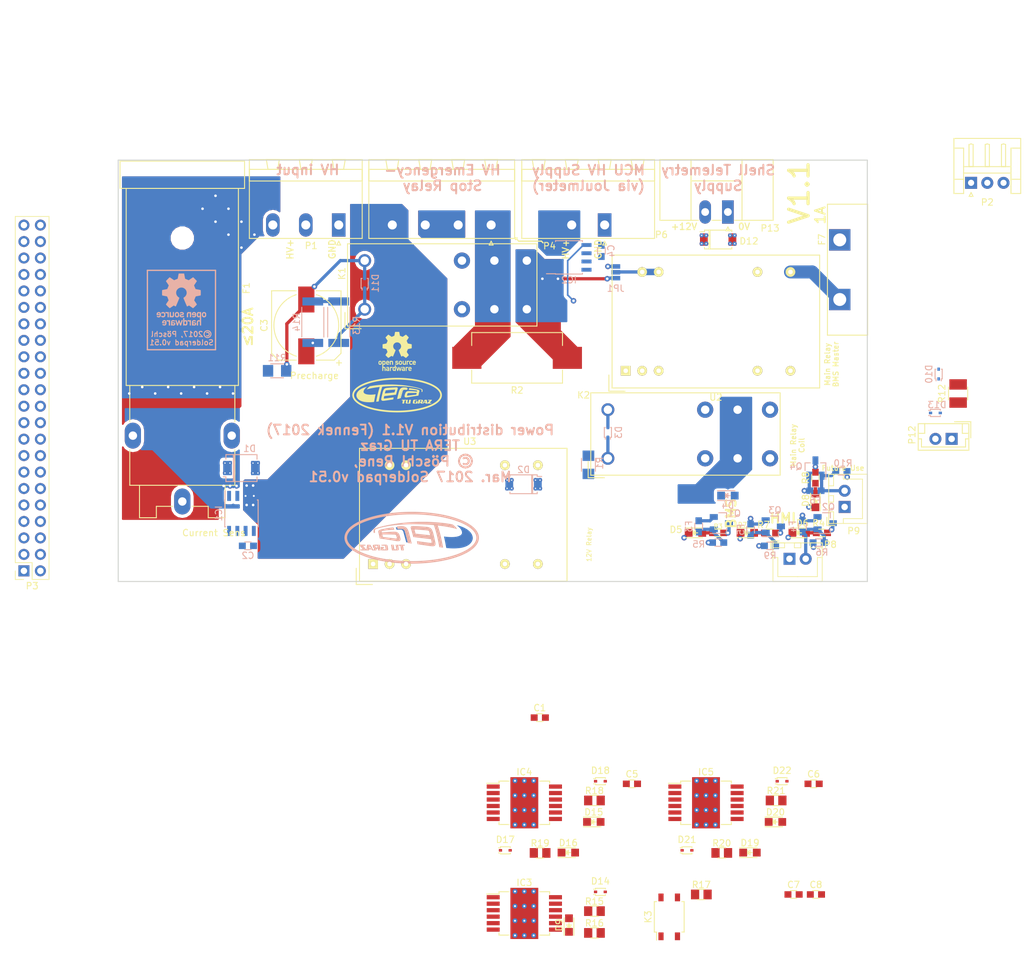
<source format=kicad_pcb>
(kicad_pcb (version 4) (host pcbnew no-vcs-found-product)
  (title_block (title "Power distribution unit fennek 2017") (date 2017-01-06) (rev 1) (company "TERA TU Graz") (comment 1 "Rene Pöschl"))
  (layers (0 F.Cu signal) (1 In1.Cu signal) (2 In2.Cu signal) (31 B.Cu signal) (34 B.Paste user) (35 F.Paste user) (36 B.SilkS user hide) (37 F.SilkS user hide) (38 B.Mask user) (39 F.Mask user) (44 Edge.Cuts user))
  (net 0 "")
  (net 1 "Net-(U2-Pad1)")
  (net 2 GND)
  (net 3 "Net-(U2-Pad11)")
  (net 4 "Net-(F7-Pad1)")
  (net 5 "Net-(JP1-Pad2)")
  (net 6 "Net-(C3-Pad1)")
  (net 7 "Net-(R13-Pad1)")
  (net 8 "Net-(Q4-Pad3)")
  (net 9 "Net-(D8-Pad2)")
  (net 10 "Net-(Q3-Pad3)")
  (net 11 "Net-(D7-Pad2)")
  (net 12 "Net-(Q2-Pad3)")
  (net 13 "Net-(D6-Pad2)")
  (net 14 "Net-(Q1-Pad3)")
  (net 15 "Net-(D5-Pad2)")
  (net 16 "Net-(C2-Pad1)")
  (net 17 "Net-(K2-Pad3)")
  (net 18 "Net-(K2-Pad4)")
  (net 19 "Net-(K1-Pad3)")
  (net 20 "Net-(K1-Pad4)")
  (net 21 "Net-(D9-Pad2)")
  (net 22 "Net-(D10-Pad1)")
  (net 23 "Net-(P1-Pad2)")
  (net 24 /+HV_in)
  (net 25 /HV+_fused)
  (net 26 "Net-(U2-Pad9)")
  (net 27 "Net-(U3-Pad1)")
  (net 28 "Net-(U3-Pad9)")
  (net 29 "Net-(U3-Pad11)")
  (net 30 "/12VDC telemetry/GND_telemetry")
  (net 31 "/12VDC Bordnet/+Vbatt")
  (net 32 "/High voltage/LowSideSwitch_PreCharge/CHANNEL1")
  (net 33 "/High voltage/VBatt_Switched")
  (net 34 "/High voltage/HV+_after_main_relais")
  (net 35 "/Master Connector/+12VDC_BMS_Switched")
  (net 36 "/High voltage/LowSideSwitch_MainRelay/CHANNEL1")
  (net 37 "/High voltage/LowSideSwitch_MainRelay/CHANNEL2")
  (net 38 "/12VDC Bordnet/LowSideSwitch_12V_Relay/CHANNEL1")
  (net 39 "/12VDC Bordnet/LowSideSwitch_12V_Relay/CHANNEL2")
  (net 40 "/High voltage/LowSideSwitch_PreCharge/CHANNEL2")
  (net 41 "Net-(D20-Pad2)")
  (net 42 "Net-(D16-Pad2)")
  (net 43 "/Master Connector/IL_IN-")
  (net 44 "/High voltage/IL_Out-")
  (net 45 "/Master Connector/+12VDC_BMS")
  (net 46 "Net-(D4-Pad2)")
  (net 47 "Net-(D19-Pad2)")
  (net 48 "Net-(D15-Pad2)")
  (net 49 "/12VDC Bordnet/+12V_HMI")
  (net 50 "/12VDC Bordnet/+12V_Future")
  (net 51 "/12VDC Bordnet/+5V")
  (net 52 "Net-(C4-Pad1)")
  (net 53 "/High voltage/+3V3")
  (net 54 "/12VDC Bordnet/+12V_switched")
  (net 55 "Net-(D13-Pad1)")
  (net 56 "/High voltage/+HV_in")
  (net 57 "/High voltage/HV+_fused")
  (net 58 "/12VDC telemetry/+12V_telemetry")
  (net 59 "Net-(D14-Pad1)")
  (net 60 "Net-(D20-Pad1)")
  (net 61 "Net-(D16-Pad1)")
  (net 62 "Net-(D15-Pad1)")
  (net 63 "Net-(D19-Pad1)")
  (net 64 "/High voltage/ISense_Main")
  (net 65 "/High voltage/ISense_MCU")
  (net 66 "/High voltage/HV+_to_MCU")
  (net 67 "/High voltage/HV+_Main_Relays")
  (net 68 "Net-(P2-Pad2)")
  (net 69 "/Master Connector/IL_IN+")
  (net 70 "/12VDC Bordnet/Interlock_OK")
  (net 71 "/12VDC Bordnet/MOSI")
  (net 72 "/High voltage/PreCharge_Fault")
  (net 73 "/12VDC Bordnet/SCLK")
  (net 74 "/Master Connector/NCS_PreCharge")
  (net 75 "/12VDC Bordnet/MISO")
  (net 76 "/High voltage/MainRelay_Fault")
  (net 77 "/High voltage/NCS_MainRelay")
  (net 78 "/12VDC Bordnet/12V_Relay_Fault")
  (net 79 "/12VDC Bordnet/NCS_12V_Relay")
  (net 80 "Net-(P3-Pad33)")
  (net 81 "Net-(P3-Pad34)")
  (net 82 "Net-(P3-Pad37)")
  (net 83 "Net-(P3-Pad38)")
  (net 84 "/12VDC Bordnet/+12VDC")
  (module tera_rlc:R_1206in (layer B.Cu) (at 139.5 104 270)
    (fp_text reference R1)
    (fp_text value "510R 250mW")
    (fp_text user %R (at -0.25 -1.75 270) (layer B.SilkS) (effects (justify mirror)))
    (pad 1 smd rect (at -1.4 0 270) (size 1.6 1.8) (layers B.Cu B.Paste B.Mask) (net 38 "/12VDC Bordnet/LowSideSwitch_12V_Relay/CHANNEL1"))
    (pad 2 smd rect (at 1.4 0 270) (size 1.6 1.8) (layers B.Cu B.Paste B.Mask) (net 39 "/12VDC Bordnet/LowSideSwitch_12V_Relay/CHANNEL2"))
  )
  (module tera_Connectors_JST:JST_EH_B02B-EH-A_02x2.50mm_Straight (layer F.Cu) (at 195.5 100 180)
    (fp_text reference P12)
    (fp_text value Main_relay_coil)
    (fp_text user %R (at 6.1 0.6 270) (layer F.SilkS))
    (pad 1 thru_hole rect (at 0 0 180) (size 1.85 1.85) (drill 1) (layers *.Cu *.Mask) (net 36 "/High voltage/LowSideSwitch_MainRelay/CHANNEL1"))
    (pad 2 thru_hole circle (at 2.5 0 180) (size 1.85 1.85) (drill 1) (layers *.Cu *.Mask) (net 55 "Net-(D13-Pad1)"))
  )
  (module local_footprints:Via-0.4 (layer F.Cu) (at 132.4 75.3)
    (fp_text reference REF** hide)
    (fp_text value Via-0.4 hide)
    (pad 1 thru_hole circle (at 0 0) (size 0.85 0.85) (drill 0.4) (layers *.Cu *.Mask) (net 33 "/High voltage/VBatt_Switched"))
  )
  (module tera_relais:Finder-41.61.9.012.0010_SPDT-16A_12VDC-Coil (layer F.Cu) (at 105 80)
    (fp_text reference K1)
    (fp_text value SPDT-16A_12VDC-Coil)
    (fp_text user %R (at -3.5 -5.5 90) (layer F.SilkS))
    (pad 1 thru_hole circle (at 0 0) (size 2 2) (drill 1.3) (layers *.Cu *.Mask) (net 35 "/Master Connector/+12VDC_BMS_Switched"))
    (pad 2 thru_hole circle (at 0 -7.5) (size 2 2) (drill 1.3) (layers *.Cu *.Mask) (net 32 "/High voltage/LowSideSwitch_PreCharge/CHANNEL1"))
    (pad 3 thru_hole circle (at 15 0) (size 2.5 2.5) (drill 1.3) (layers *.Cu *.Mask) (net 19 "Net-(K1-Pad3)"))
    (pad 4 thru_hole circle (at 15 -7.5) (size 2.5 2.5) (drill 1.3) (layers *.Cu *.Mask) (net 20 "Net-(K1-Pad4)"))
    (pad 5 thru_hole circle (at 20 0) (size 2.5 2.5) (drill 1.3) (layers *.Cu *.Mask) (net 34 "/High voltage/HV+_after_main_relais"))
    (pad 6 thru_hole circle (at 20 -7.5) (size 2.5 2.5) (drill 1.3) (layers *.Cu *.Mask) (net 34 "/High voltage/HV+_after_main_relais"))
    (pad 7 thru_hole circle (at 25 0) (size 2.5 2.5) (drill 1.3) (layers *.Cu *.Mask) (net 33 "/High voltage/VBatt_Switched"))
    (pad 8 thru_hole circle (at 25 -7.5) (size 2.5 2.5) (drill 1.3) (layers *.Cu *.Mask) (net 33 "/High voltage/VBatt_Switched"))
  )
  (module local_footprints:Via-0.4 (layer F.Cu) (at 83.25 107.25)
    (fp_text reference REF** hide)
    (fp_text value Via-0.4 hide)
    (pad 1 thru_hole circle (at 0 0) (size 0.85 0.85) (drill 0.4) (layers *.Cu *.Mask) (net 25 /HV+_fused))
  )
  (module local_footprints:Via-0.4 (layer F.Cu) (at 84.25 107.25)
    (fp_text reference REF** hide)
    (fp_text value Via-0.4 hide)
    (pad 1 thru_hole circle (at 0 0) (size 0.85 0.85) (drill 0.4) (layers *.Cu *.Mask) (net 25 /HV+_fused))
  )
  (module local_footprints:Via-0.4 (layer F.Cu) (at 86.8 107.2)
    (fp_text reference REF** hide)
    (fp_text value Via-0.4 hide)
    (pad 1 thru_hole circle (at 0 0) (size 0.85 0.85) (drill 0.4) (layers *.Cu *.Mask) (net 31 "/12VDC Bordnet/+Vbatt"))
  )
  (module local_footprints:Via-0.4 (layer F.Cu) (at 87.8 107.2)
    (fp_text reference REF** hide)
    (fp_text value Via-0.4 hide)
    (pad 1 thru_hole circle (at 0 0) (size 0.85 0.85) (drill 0.4) (layers *.Cu *.Mask) (net 31 "/12VDC Bordnet/+Vbatt"))
  )
  (module local_footprints:Via-0.4 (layer F.Cu) (at 87.8 110.2)
    (fp_text reference REF** hide)
    (fp_text value Via-0.4 hide)
    (pad 1 thru_hole circle (at 0 0) (size 0.85 0.85) (drill 0.4) (layers *.Cu *.Mask) (net 31 "/12VDC Bordnet/+Vbatt"))
  )
  (module local_footprints:Via-0.4 (layer F.Cu) (at 86.8 110.2)
    (fp_text reference REF** hide)
    (fp_text value Via-0.4 hide)
    (pad 1 thru_hole circle (at 0 0) (size 0.85 0.85) (drill 0.4) (layers *.Cu *.Mask) (net 31 "/12VDC Bordnet/+Vbatt"))
  )
  (module local_footprints:Via-0.4 (layer F.Cu) (at 82 66.5)
    (fp_text reference REF** hide)
    (fp_text value Via-0.4 hide)
    (pad 1 thru_hole circle (at 0 0) (size 0.85 0.85) (drill 0.4) (layers *.Cu *.Mask) (net 24 /+HV_in))
  )
  (module local_footprints:Via-0.4 (layer F.Cu) (at 84 68.5)
    (fp_text reference REF** hide)
    (fp_text value Via-0.4 hide)
    (pad 1 thru_hole circle (at 0 0) (size 0.85 0.85) (drill 0.4) (layers *.Cu *.Mask) (net 24 /+HV_in))
  )
  (module local_footprints:Via-0.4 (layer F.Cu) (at 86 70.5)
    (fp_text reference REF** hide)
    (fp_text value Via-0.4 hide)
    (pad 1 thru_hole circle (at 0 0) (size 0.85 0.85) (drill 0.4) (layers *.Cu *.Mask) (net 24 /+HV_in))
  )
  (module local_footprints:Via-0.4 (layer F.Cu) (at 80 64.5)
    (fp_text reference REF** hide)
    (fp_text value Via-0.4 hide)
    (pad 1 thru_hole circle (at 0 0) (size 0.85 0.85) (drill 0.4) (layers *.Cu *.Mask) (net 24 /+HV_in))
  )
  (module local_footprints:Via-0.4 (layer F.Cu) (at 84 64.5)
    (fp_text reference REF** hide)
    (fp_text value Via-0.4 hide)
    (pad 1 thru_hole circle (at 0 0) (size 0.85 0.85) (drill 0.4) (layers *.Cu *.Mask) (net 24 /+HV_in))
  )
  (module local_footprints:Via-0.4 (layer F.Cu) (at 82 62.5)
    (fp_text reference REF** hide)
    (fp_text value Via-0.4 hide)
    (pad 1 thru_hole circle (at 0 0) (size 0.85 0.85) (drill 0.4) (layers *.Cu *.Mask) (net 24 /+HV_in))
  )
  (module local_footprints:Via-0.4 (layer F.Cu) (at 86 66.5)
    (fp_text reference REF** hide)
    (fp_text value Via-0.4 hide)
    (pad 1 thru_hole circle (at 0 0) (size 0.85 0.85) (drill 0.4) (layers *.Cu *.Mask) (net 24 /+HV_in))
  )
  (module local_footprints:Via-0.4 (layer F.Cu) (at 88 68.5)
    (fp_text reference REF** hide)
    (fp_text value Via-0.4 hide)
    (pad 1 thru_hole circle (at 0 0) (size 0.85 0.85) (drill 0.4) (layers *.Cu *.Mask) (net 24 /+HV_in))
  )
  (module local_footprints:Via-0.4 (layer F.Cu) (at 84.7 93)
    (fp_text reference REF** hide)
    (fp_text value Via-0.4 hide)
    (pad 1 thru_hole circle (at 0 0) (size 0.85 0.85) (drill 0.4) (layers *.Cu *.Mask) (net 24 /+HV_in))
  )
  (module local_footprints:Via-0.4 (layer F.Cu) (at 70.7 92)
    (fp_text reference REF** hide)
    (fp_text value Via-0.4 hide)
    (pad 1 thru_hole circle (at 0 0) (size 0.85 0.85) (drill 0.4) (layers *.Cu *.Mask) (net 24 /+HV_in))
  )
  (module local_footprints:Via-0.4 (layer F.Cu) (at 68.7 93)
    (fp_text reference REF** hide)
    (fp_text value Via-0.4 hide)
    (pad 1 thru_hole circle (at 0 0) (size 0.85 0.85) (drill 0.4) (layers *.Cu *.Mask) (net 24 /+HV_in))
  )
  (module local_footprints:Via-0.4 (layer F.Cu) (at 72.7 93)
    (fp_text reference REF** hide)
    (fp_text value Via-0.4 hide)
    (pad 1 thru_hole circle (at 0 0) (size 0.85 0.85) (drill 0.4) (layers *.Cu *.Mask) (net 24 /+HV_in))
  )
  (module local_footprints:Via-0.4 (layer F.Cu) (at 82.7 92)
    (fp_text reference REF** hide)
    (fp_text value Via-0.4 hide)
    (pad 1 thru_hole circle (at 0 0) (size 0.85 0.85) (drill 0.4) (layers *.Cu *.Mask) (net 24 /+HV_in))
  )
  (module local_footprints:Via-0.4 (layer F.Cu) (at 80.7 93)
    (fp_text reference REF** hide)
    (fp_text value Via-0.4 hide)
    (pad 1 thru_hole circle (at 0 0) (size 0.85 0.85) (drill 0.4) (layers *.Cu *.Mask) (net 24 /+HV_in))
  )
  (module local_footprints:Via-0.4 (layer F.Cu) (at 74.7 92)
    (fp_text reference REF** hide)
    (fp_text value Via-0.4 hide)
    (pad 1 thru_hole circle (at 0 0) (size 0.85 0.85) (drill 0.4) (layers *.Cu *.Mask) (net 24 /+HV_in))
  )
  (module local_footprints:Via-0.4 (layer F.Cu) (at 76.7 93)
    (fp_text reference REF** hide)
    (fp_text value Via-0.4 hide)
    (pad 1 thru_hole circle (at 0 0) (size 0.85 0.85) (drill 0.4) (layers *.Cu *.Mask) (net 24 /+HV_in))
  )
  (module Mounting_Holes:MountingHole_3.2mm_M3_DIN965 (layer F.Cu) (at 179.5 119)
    (fp_text reference REF** hide)
    (fp_text value MountingHole_3.2mm_M3_DIN965 hide)
    (pad 1 np_thru_hole circle (at 0 0) (size 3.2 3.2) (drill 3.2) (layers *.Cu *.Mask))
  )
  (module Mounting_Holes:MountingHole_3.2mm_M3_DIN965 (layer F.Cu) (at 70 119)
    (fp_text reference REF** hide)
    (fp_text value MountingHole_3.2mm_M3_DIN965 hide)
    (pad 1 np_thru_hole circle (at 0 0) (size 3.2 3.2) (drill 3.2) (layers *.Cu *.Mask))
  )
  (module Mounting_Holes:MountingHole_3.2mm_M3_DIN965 (layer F.Cu) (at 90 72.5)
    (fp_text reference REF** hide)
    (fp_text value MountingHole_3.2mm_M3_DIN965 hide)
    (pad 1 np_thru_hole circle (at 0 0) (size 3.2 3.2) (drill 3.2) (layers *.Cu *.Mask))
  )
  (module tera_rlc:R_2512in (layer B.Cu) (at 97 82 90)
    (fp_text reference R14)
    (fp_text value "22R 2W")
    (fp_text user %R (at 0 -2.5 90) (layer B.SilkS) (effects (justify mirror)))
    (pad 1 smd rect (at -3.2 0 90) (size 1.25 3.2) (layers B.Cu B.Paste B.Mask) (net 6 "Net-(C3-Pad1)"))
    (pad 2 smd rect (at 3.2 0 90) (size 1.25 3.2) (layers B.Cu B.Paste B.Mask) (net 7 "Net-(R13-Pad1)"))
  )
  (module tera_rlc:R_2512in (layer B.Cu) (at 101 82 270)
    (fp_text reference R13)
    (fp_text value "22R 2W")
    (fp_text user %R (at 0.5 -2.75 270) (layer B.SilkS) (effects (justify mirror)))
    (pad 1 smd rect (at -3.2 0 270) (size 1.25 3.2) (layers B.Cu B.Paste B.Mask) (net 7 "Net-(R13-Pad1)"))
    (pad 2 smd rect (at 3.2 0 270) (size 1.25 3.2) (layers B.Cu B.Paste B.Mask) (net 35 "/Master Connector/+12VDC_BMS_Switched"))
  )
  (module tera_rlc:R_1210in (layer F.Cu) (at 196.5 93 270)
    (fp_text reference R12)
    (fp_text value "10R 500mW")
    (fp_text user %R (at 0 2.5 270) (layer F.SilkS))
    (pad 1 smd rect (at -1.4 0 270) (size 1.6 2.7) (layers F.Cu F.Paste F.Mask) (net 36 "/High voltage/LowSideSwitch_MainRelay/CHANNEL1"))
    (pad 2 smd rect (at 1.4 0 270) (size 1.6 2.7) (layers F.Cu F.Paste F.Mask) (net 37 "/High voltage/LowSideSwitch_MainRelay/CHANNEL2"))
  )
  (module tera_rlc:R_1206in (layer B.Cu) (at 91.5 89.5 180)
    (fp_text reference R11)
    (fp_text value "510R 250mW")
    (fp_text user %R (at 0 2 180) (layer B.SilkS) (effects (justify mirror)))
    (pad 1 smd rect (at -1.4 0 180) (size 1.6 1.8) (layers B.Cu B.Paste B.Mask) (net 32 "/High voltage/LowSideSwitch_PreCharge/CHANNEL1"))
    (pad 2 smd rect (at 1.4 0 180) (size 1.6 1.8) (layers B.Cu B.Paste B.Mask) (net 40 "/High voltage/LowSideSwitch_PreCharge/CHANNEL2"))
  )
  (module tera_rlc:R_0603in (layer B.Cu) (at 178.5 105)
    (fp_text reference R10)
    (fp_text value 100k)
    (fp_text user %R (at 0.25 -1.25) (layer B.SilkS) (effects (justify mirror)))
    (pad 1 smd rect (at -0.865 0) (size 1.07 1) (layers B.Cu B.Paste B.Mask) (net 50 "/12VDC Bordnet/+12V_Future"))
    (pad 2 smd rect (at 0.865 0) (size 1.07 1) (layers B.Cu B.Paste B.Mask) (net 2 GND))
  )
  (module tera_rlc:R_0603in (layer B.Cu) (at 167.5 116.5 180)
    (fp_text reference R9)
    (fp_text value 100k)
    (fp_text user %R (at 0 -1.5 180) (layer B.SilkS) (effects (justify mirror)))
    (pad 1 smd rect (at -0.865 0 180) (size 1.07 1) (layers B.Cu B.Paste B.Mask) (net 35 "/Master Connector/+12VDC_BMS_Switched"))
    (pad 2 smd rect (at 0.865 0 180) (size 1.07 1) (layers B.Cu B.Paste B.Mask) (net 2 GND))
  )
  (module tera_rlc:R_0603in (layer F.Cu) (at 174.5 106 270)
    (fp_text reference R8)
    (fp_text value 12k)
    (fp_text user %R (at 0 1.5 270) (layer F.SilkS))
    (pad 1 smd rect (at -0.865 0 270) (size 1.07 1) (layers F.Cu F.Paste F.Mask) (net 8 "Net-(Q4-Pad3)"))
    (pad 2 smd rect (at 0.865 0 270) (size 1.07 1) (layers F.Cu F.Paste F.Mask) (net 9 "Net-(D8-Pad2)"))
  )
  (module tera_rlc:R_0603in (layer F.Cu) (at 167.5 114.5 180)
    (fp_text reference R7)
    (fp_text value 12k)
    (fp_text user %R (at 1 1.25 180) (layer F.SilkS))
    (pad 1 smd rect (at -0.865 0 180) (size 1.07 1) (layers F.Cu F.Paste F.Mask) (net 10 "Net-(Q3-Pad3)"))
    (pad 2 smd rect (at 0.865 0 180) (size 1.07 1) (layers F.Cu F.Paste F.Mask) (net 11 "Net-(D7-Pad2)"))
  )
  (module tera_rlc:R_0603in (layer B.Cu) (at 175 116 180)
    (fp_text reference R6)
    (fp_text value 100k)
    (fp_text user %R (at -0.5 -1.5 180) (layer B.SilkS) (effects (justify mirror)))
    (pad 1 smd rect (at -0.865 0 180) (size 1.07 1) (layers B.Cu B.Paste B.Mask) (net 49 "/12VDC Bordnet/+12V_HMI"))
    (pad 2 smd rect (at 0.865 0 180) (size 1.07 1) (layers B.Cu B.Paste B.Mask) (net 2 GND))
  )
  (module tera_rlc:R_0603in (layer B.Cu) (at 159.5 116 180)
    (fp_text reference R5)
    (fp_text value 100k)
    (fp_text user %R (at 3 -0.25 180) (layer B.SilkS) (effects (justify mirror)))
    (pad 1 smd rect (at -0.865 0 180) (size 1.07 1) (layers B.Cu B.Paste B.Mask) (net 45 "/Master Connector/+12VDC_BMS"))
    (pad 2 smd rect (at 0.865 0 180) (size 1.07 1) (layers B.Cu B.Paste B.Mask) (net 2 GND))
  )
  (module tera_rlc:R_0603in (layer F.Cu) (at 175.5 114.5 180)
    (fp_text reference R4)
    (fp_text value 12k)
    (fp_text user %R (at 0.5 1.5 180) (layer F.SilkS))
    (pad 1 smd rect (at -0.865 0 180) (size 1.07 1) (layers F.Cu F.Paste F.Mask) (net 12 "Net-(Q2-Pad3)"))
    (pad 2 smd rect (at 0.865 0 180) (size 1.07 1) (layers F.Cu F.Paste F.Mask) (net 13 "Net-(D6-Pad2)"))
  )
  (module tera_rlc:R_0603in (layer F.Cu) (at 159.5 114.5 180)
    (fp_text reference R3)
    (fp_text value 12k)
    (fp_text user %R (at 0 1 180) (layer F.SilkS) (effects (font (size 0.7 0.7) (thickness 0.12))))
    (pad 1 smd rect (at -0.865 0 180) (size 1.07 1) (layers F.Cu F.Paste F.Mask) (net 14 "Net-(Q1-Pad3)"))
    (pad 2 smd rect (at 0.865 0 180) (size 1.07 1) (layers F.Cu F.Paste F.Mask) (net 15 "Net-(D5-Pad2)"))
  )
  (module tera_rlc:C_0603in (layer B.Cu) (at 87 116.5)
    (fp_text reference C2)
    (fp_text value 1nf)
    (fp_text user %R (at 0 1.5) (layer B.SilkS) (effects (justify mirror)))
    (pad 1 smd rect (at -0.865 0) (size 1.07 1) (layers B.Cu B.Paste B.Mask) (net 16 "Net-(C2-Pad1)"))
    (pad 2 smd rect (at 0.865 0) (size 1.07 1) (layers B.Cu B.Paste B.Mask) (net 2 GND))
  )
  (module tera_rlc:C_0603in (layer F.Cu) (at 132 143)
    (fp_text reference C1)
    (fp_text value 100n)
    (fp_text user %R (at 0 -1.5) (layer F.SilkS))
    (pad 1 smd rect (at -0.865 0) (size 1.07 1) (layers F.Cu F.Paste F.Mask) (net 2 GND))
    (pad 2 smd rect (at 0.865 0) (size 1.07 1) (layers F.Cu F.Paste F.Mask) (net 51 "/12VDC Bordnet/+5V"))
  )
  (module tera_general:SOLDERJUMPER_3 (layer B.Cu) (at 143.7 74.3)
    (fp_text reference JP1)
    (fp_text value SEM_source)
    (fp_text user %R (at 0 2.5) (layer B.SilkS) (effects (justify mirror)))
    (pad 1 smd rect (at 0 0.9) (size 1.4 0.7) (layers B.Cu B.Mask) (net 33 "/High voltage/VBatt_Switched"))
    (pad 2 smd rect (at 0 0) (size 1.4 0.7) (layers B.Cu B.Mask) (net 5 "Net-(JP1-Pad2)"))
    (pad 3 smd rect (at 0 -0.9) (size 1.4 0.7) (layers B.Cu B.Mask) (net 31 "/12VDC Bordnet/+Vbatt"))
  )
  (module tera_general:Fuse_Phoenix_SI-H-FKS_15 (layer F.Cu) (at 178.25 78.5 90)
    (fp_text reference F7)
    (fp_text value "1A 12VDC")
    (fp_text user %R (at 9.25 -2.75 90) (layer F.SilkS))
    (pad 1 thru_hole rect (at 0 0 90) (size 3.3 3.3) (drill 2) (layers *.Cu *.Mask) (net 4 "Net-(F7-Pad1)"))
    (pad "" np_thru_hole circle (at 4.6 1.2 90) (size 2.4 2.4) (drill 2.4) (layers *.Cu *.Mask))
    (pad 2 thru_hole rect (at 9.2 0 90) (size 3.3 3.3) (drill 2) (layers *.Cu *.Mask) (net 58 "/12VDC telemetry/+12V_telemetry"))
  )
  (module tera_general:Fuse_0603in (layer B.Cu) (at 172.5 113.5 270)
    (fp_text reference F4)
    (fp_text value "0.5A 12VDC")
    (fp_text user %R (at 0 1.5 270) (layer B.SilkS) (effects (justify mirror)))
    (pad 1 smd rect (at -0.865 0 270) (size 1.07 1) (layers B.Cu B.Paste B.Mask) (net 54 "/12VDC Bordnet/+12V_switched"))
    (pad 2 smd rect (at 0.865 0 270) (size 1.07 1) (layers B.Cu B.Paste B.Mask) (net 49 "/12VDC Bordnet/+12V_HMI"))
  )
  (module tera_general:Fuse_0603in (layer B.Cu) (at 156.5 113.5 270)
    (fp_text reference F3)
    (fp_text value "0.5A 12VDC")
    (fp_text user %R (at 0 1.5 270) (layer B.SilkS) (effects (justify mirror)))
    (pad 1 smd rect (at -0.865 0 270) (size 1.07 1) (layers B.Cu B.Paste B.Mask) (net 84 "/12VDC Bordnet/+12VDC"))
    (pad 2 smd rect (at 0.865 0 270) (size 1.07 1) (layers B.Cu B.Paste B.Mask) (net 45 "/Master Connector/+12VDC_BMS"))
  )
  (module tera_general:Fuse_0603in (layer B.Cu) (at 174.5 108)
    (fp_text reference F6)
    (fp_text value "0.5A 12VDC")
    (fp_text user %R (at 0 1.5) (layer B.SilkS) (effects (justify mirror)))
    (pad 1 smd rect (at -0.865 0) (size 1.07 1) (layers B.Cu B.Paste B.Mask) (net 54 "/12VDC Bordnet/+12V_switched"))
    (pad 2 smd rect (at 0.865 0) (size 1.07 1) (layers B.Cu B.Paste B.Mask) (net 50 "/12VDC Bordnet/+12V_Future"))
  )
  (module tera_general:Fuse_0603in (layer B.Cu) (at 164.5 114 270)
    (fp_text reference F5)
    (fp_text value "0.5A 12VDC")
    (fp_text user %R (at 0 1.5 270) (layer B.SilkS) (effects (justify mirror)))
    (pad 1 smd rect (at -0.865 0 270) (size 1.07 1) (layers B.Cu B.Paste B.Mask) (net 54 "/12VDC Bordnet/+12V_switched"))
    (pad 2 smd rect (at 0.865 0 270) (size 1.07 1) (layers B.Cu B.Paste B.Mask) (net 35 "/Master Connector/+12VDC_BMS_Switched"))
  )
  (module tera_diodes:SOD128_with_vias_in_pad (layer F.Cu) (at 159.5 69.25)
    (fp_text reference D12)
    (fp_text value 14V)
    (fp_text user %R (at 4.75 0.25) (layer F.SilkS))
    (pad 1 smd rect (at -2.2 0) (size 1.2 1.9) (layers F.Cu F.Paste F.Mask) (net 58 "/12VDC telemetry/+12V_telemetry"))
    (pad 2 smd rect (at 2.2 0) (size 1.2 1.9) (layers F.Cu F.Paste F.Mask) (net 30 "/12VDC telemetry/GND_telemetry"))
    (pad 1 thru_hole circle (at -2.54 -0.635) (size 0.65 0.65) (drill 0.2) (layers *.Cu *.Mask) (net 58 "/12VDC telemetry/+12V_telemetry"))
    (pad 1 thru_hole circle (at -1.8415 -0.635) (size 0.65 0.65) (drill 0.2) (layers *.Cu *.Mask) (net 58 "/12VDC telemetry/+12V_telemetry"))
    (pad 1 thru_hole circle (at -1.8415 0.635) (size 0.65 0.65) (drill 0.2) (layers *.Cu *.Mask) (net 58 "/12VDC telemetry/+12V_telemetry"))
    (pad 1 thru_hole circle (at -2.54 0.635) (size 0.65 0.65) (drill 0.2) (layers *.Cu *.Mask) (net 58 "/12VDC telemetry/+12V_telemetry"))
    (pad 2 thru_hole circle (at 2.54 -0.635) (size 0.65 0.65) (drill 0.2) (layers *.Cu *.Mask) (net 30 "/12VDC telemetry/GND_telemetry"))
    (pad 2 thru_hole circle (at 1.8415 -0.635) (size 0.65 0.65) (drill 0.2) (layers *.Cu *.Mask) (net 30 "/12VDC telemetry/GND_telemetry"))
    (pad 2 thru_hole circle (at 2.54 0.635) (size 0.65 0.65) (drill 0.2) (layers *.Cu *.Mask) (net 30 "/12VDC telemetry/GND_telemetry"))
    (pad 2 thru_hole circle (at 1.8415 0.635) (size 0.65 0.65) (drill 0.2) (layers *.Cu *.Mask) (net 30 "/12VDC telemetry/GND_telemetry"))
  )
  (module tera_diodes:LED_0805 (layer F.Cu) (at 164 114.5)
    (fp_text reference D7)
    (fp_text value BMS_pwr_blown)
    (fp_text user %R (at -0.75 -1.25) (layer F.SilkS) (effects (font (size 0.7 0.7) (thickness 0.12))))
    (pad 2 smd rect (at 1.04902 0 180) (size 1.19888 1.19888) (layers F.Cu F.Paste F.Mask) (net 11 "Net-(D7-Pad2)"))
    (pad 1 smd rect (at -1.04902 0 180) (size 1.19888 1.19888) (layers F.Cu F.Paste F.Mask) (net 2 GND))
  )
  (module tera_diodes:LED_0805 (layer F.Cu) (at 156 114.5)
    (fp_text reference D5)
    (fp_text value BMS_crtl_blown)
    (fp_text user %R (at -3 -0.5) (layer F.SilkS))
    (pad 2 smd rect (at 1.04902 0 180) (size 1.19888 1.19888) (layers F.Cu F.Paste F.Mask) (net 15 "Net-(D5-Pad2)"))
    (pad 1 smd rect (at -1.04902 0 180) (size 1.19888 1.19888) (layers F.Cu F.Paste F.Mask) (net 2 GND))
  )
  (module tera_diodes:LED_0805 (layer F.Cu) (at 174.5 109.5 90)
    (fp_text reference D8)
    (fp_text value Future_blown)
    (fp_text user %R (at 0 -1.5 90) (layer F.SilkS))
    (pad 2 smd rect (at 1.04902 0 270) (size 1.19888 1.19888) (layers F.Cu F.Paste F.Mask) (net 9 "Net-(D8-Pad2)"))
    (pad 1 smd rect (at -1.04902 0 270) (size 1.19888 1.19888) (layers F.Cu F.Paste F.Mask) (net 2 GND))
  )
  (module tera_diodes:LED_0805 (layer F.Cu) (at 172 114.5)
    (fp_text reference D6)
    (fp_text value HMI_blown)
    (fp_text user %R (at 0.5 -1.5) (layer F.SilkS))
    (pad 2 smd rect (at 1.04902 0 180) (size 1.19888 1.19888) (layers F.Cu F.Paste F.Mask) (net 13 "Net-(D6-Pad2)"))
    (pad 1 smd rect (at -1.04902 0 180) (size 1.19888 1.19888) (layers F.Cu F.Paste F.Mask) (net 2 GND))
  )
  (module tera_diodes:DO-214AA_with_vias_in_pad (layer B.Cu) (at 86 104.5)
    (fp_text reference D1)
    (fp_text value 58V)
    (fp_text user %R (at 1.25 -3) (layer B.SilkS) (effects (justify mirror)))
    (pad 2 smd rect (at 2.15 0) (size 1.34 2.2) (layers B.Cu B.Paste B.Mask) (net 2 GND))
    (pad 1 smd rect (at -2.15 0) (size 1.34 2.2) (layers B.Cu B.Paste B.Mask) (net 57 "/High voltage/HV+_fused"))
    (pad 1 thru_hole circle (at -1.778 0.762) (size 0.65 0.65) (drill 0.2) (layers *.Cu *.Mask) (net 57 "/High voltage/HV+_fused"))
    (pad 1 thru_hole circle (at -2.54 0.762) (size 0.65 0.65) (drill 0.2) (layers *.Cu *.Mask) (net 57 "/High voltage/HV+_fused"))
    (pad 1 thru_hole circle (at -2.54 -0.762) (size 0.65 0.65) (drill 0.2) (layers *.Cu *.Mask) (net 57 "/High voltage/HV+_fused"))
    (pad 1 thru_hole circle (at -1.778 -0.762) (size 0.65 0.65) (drill 0.2) (layers *.Cu *.Mask) (net 57 "/High voltage/HV+_fused"))
    (pad 2 thru_hole circle (at 1.778 0.762) (size 0.65 0.65) (drill 0.2) (layers *.Cu *.Mask) (net 2 GND))
    (pad 2 thru_hole circle (at 2.54 0.762) (size 0.65 0.65) (drill 0.2) (layers *.Cu *.Mask) (net 2 GND))
    (pad 2 thru_hole circle (at 2.54 -0.762) (size 0.65 0.65) (drill 0.2) (layers *.Cu *.Mask) (net 2 GND))
    (pad 2 thru_hole circle (at 1.778 -0.762) (size 0.65 0.65) (drill 0.2) (layers *.Cu *.Mask) (net 2 GND))
  )
  (module tera_diodes:BAS3005B-02V__sc79 (layer B.Cu) (at 193.5 90 90)
    (fp_text reference D10)
    (fp_text value BAS3005B-02V)
    (fp_text user %R (at 0 -1.5 90) (layer B.SilkS) (effects (justify mirror)))
    (pad 1 smd rect (at -0.75 0 90) (size 0.5 0.4) (layers B.Cu B.Paste B.Mask) (net 22 "Net-(D10-Pad1)"))
    (pad 2 smd rect (at 0.75 0 90) (size 0.5 0.4) (layers B.Cu B.Paste B.Mask) (net 38 "/12VDC Bordnet/LowSideSwitch_12V_Relay/CHANNEL1"))
  )
  (module tera_diodes:BAS3005B-02V__sc79 (layer B.Cu) (at 105 76 90)
    (fp_text reference D11)
    (fp_text value BAS3005B-02V)
    (fp_text user %R (at 0 1.65 90) (layer B.SilkS) (effects (justify mirror)))
    (pad 1 smd rect (at -0.75 0 90) (size 0.5 0.4) (layers B.Cu B.Paste B.Mask) (net 35 "/Master Connector/+12VDC_BMS_Switched"))
    (pad 2 smd rect (at 0.75 0 90) (size 0.5 0.4) (layers B.Cu B.Paste B.Mask) (net 32 "/High voltage/LowSideSwitch_PreCharge/CHANNEL1"))
  )
  (module tera_diodes:BAS3005B-02V__sc79 (layer B.Cu) (at 142.5 99 90)
    (fp_text reference D3)
    (fp_text value BAS3005B-02V)
    (fp_text user %R (at 0 1.65 90) (layer B.SilkS) (effects (justify mirror)))
    (pad 1 smd rect (at -0.75 0 90) (size 0.5 0.4) (layers B.Cu B.Paste B.Mask) (net 45 "/Master Connector/+12VDC_BMS"))
    (pad 2 smd rect (at 0.75 0 90) (size 0.5 0.4) (layers B.Cu B.Paste B.Mask) (net 38 "/12VDC Bordnet/LowSideSwitch_12V_Relay/CHANNEL1"))
  )
  (module tera_atomic_infineon:IRLML2246TRPBF-1 (layer B.Cu) (at 168 113.5 90)
    (fp_text reference Q3)
    (fp_text value IRLML2246TRPBF-1)
    (fp_text user %R (at 2.5 0.25 180) (layer B.SilkS) (effects (justify mirror)))
    (pad 1 smd rect (at -0.95 -1.175 90) (size 0.9 1.25) (layers B.Cu B.Paste B.Mask) (net 35 "/Master Connector/+12VDC_BMS_Switched"))
    (pad 2 smd rect (at 0.95 -1.175 90) (size 0.9 1.25) (layers B.Cu B.Paste B.Mask) (net 54 "/12VDC Bordnet/+12V_switched"))
    (pad 3 smd rect (at 0 1.175 90) (size 0.9 1.25) (layers B.Cu B.Paste B.Mask) (net 10 "Net-(Q3-Pad3)"))
  )
  (module tera_atomic_infineon:IRLML2246TRPBF-1 (layer B.Cu) (at 174.5 104.5 180)
    (fp_text reference Q4)
    (fp_text value IRLML2246TRPBF-1)
    (fp_text user %R (at 3 0.25 180) (layer B.SilkS) (effects (justify mirror)))
    (pad 1 smd rect (at -0.95 -1.175 180) (size 0.9 1.25) (layers B.Cu B.Paste B.Mask) (net 50 "/12VDC Bordnet/+12V_Future"))
    (pad 2 smd rect (at 0.95 -1.175 180) (size 0.9 1.25) (layers B.Cu B.Paste B.Mask) (net 54 "/12VDC Bordnet/+12V_switched"))
    (pad 3 smd rect (at 0 1.175 180) (size 0.9 1.25) (layers B.Cu B.Paste B.Mask) (net 8 "Net-(Q4-Pad3)"))
  )
  (module tera_atomic_infineon:IRLML2246TRPBF-1 (layer B.Cu) (at 176 113 90)
    (fp_text reference Q2)
    (fp_text value IRLML2246TRPBF-1)
    (fp_text user %R (at 2.5 0.5 180) (layer B.SilkS) (effects (justify mirror)))
    (pad 1 smd rect (at -0.95 -1.175 90) (size 0.9 1.25) (layers B.Cu B.Paste B.Mask) (net 49 "/12VDC Bordnet/+12V_HMI"))
    (pad 2 smd rect (at 0.95 -1.175 90) (size 0.9 1.25) (layers B.Cu B.Paste B.Mask) (net 54 "/12VDC Bordnet/+12V_switched"))
    (pad 3 smd rect (at 0 1.175 90) (size 0.9 1.25) (layers B.Cu B.Paste B.Mask) (net 12 "Net-(Q2-Pad3)"))
  )
  (module tera_atomic_infineon:IRLML2246TRPBF-1 (layer B.Cu) (at 160 113 90)
    (fp_text reference Q1)
    (fp_text value IRLML2246TRPBF-1)
    (fp_text user %R (at 1.5 2 180) (layer B.SilkS) (effects (justify mirror)))
    (pad 1 smd rect (at -0.95 -1.175 90) (size 0.9 1.25) (layers B.Cu B.Paste B.Mask) (net 45 "/Master Connector/+12VDC_BMS"))
    (pad 2 smd rect (at 0.95 -1.175 90) (size 0.9 1.25) (layers B.Cu B.Paste B.Mask) (net 84 "/12VDC Bordnet/+12VDC"))
    (pad 3 smd rect (at 0 1.175 90) (size 0.9 1.25) (layers B.Cu B.Paste B.Mask) (net 14 "Net-(Q1-Pad3)"))
  )
  (module Mounting_Holes:MountingHole_3.2mm_M3_DIN965 (layer F.Cu) (at 179.5 60)
    (fp_text reference REF** hide)
    (fp_text value MountingHole_3.2mm_M3_DIN965 hide)
    (pad 1 np_thru_hole circle (at 0 0) (size 3.2 3.2) (drill 3.2) (layers *.Cu *.Mask))
  )
  (module tera_relais:Finder-41.61.9.012.0010_SPDT-16A_12VDC-Coil (layer F.Cu) (at 142.5 103)
    (fp_text reference K2)
    (fp_text value SPDT-16A_12VDC-Coil)
    (fp_text user %R (at -3.75 -9.75) (layer F.SilkS))
    (pad 1 thru_hole circle (at 0 0) (size 2 2) (drill 1.3) (layers *.Cu *.Mask) (net 45 "/Master Connector/+12VDC_BMS"))
    (pad 2 thru_hole circle (at 0 -7.5) (size 2 2) (drill 1.3) (layers *.Cu *.Mask) (net 38 "/12VDC Bordnet/LowSideSwitch_12V_Relay/CHANNEL1"))
    (pad 3 thru_hole circle (at 15 0) (size 2.5 2.5) (drill 1.3) (layers *.Cu *.Mask) (net 17 "Net-(K2-Pad3)"))
    (pad 4 thru_hole circle (at 15 -7.5) (size 2.5 2.5) (drill 1.3) (layers *.Cu *.Mask) (net 18 "Net-(K2-Pad4)"))
    (pad 5 thru_hole circle (at 20 0) (size 2.5 2.5) (drill 1.3) (layers *.Cu *.Mask) (net 84 "/12VDC Bordnet/+12VDC"))
    (pad 6 thru_hole circle (at 20 -7.5) (size 2.5 2.5) (drill 1.3) (layers *.Cu *.Mask) (net 84 "/12VDC Bordnet/+12VDC"))
    (pad 7 thru_hole circle (at 25 0) (size 2.5 2.5) (drill 1.3) (layers *.Cu *.Mask) (net 54 "/12VDC Bordnet/+12V_switched"))
    (pad 8 thru_hole circle (at 25 -7.5) (size 2.5 2.5) (drill 1.3) (layers *.Cu *.Mask) (net 54 "/12VDC Bordnet/+12V_switched"))
  )
  (module tera_rlc:TE_SMW-5W (layer F.Cu) (at 128.5 87.5 180)
    (fp_text reference R2)
    (fp_text value "470R 5W")
    (fp_text user %R (at 0 -5 180) (layer F.SilkS))
    (pad 1 smd rect (at -7.75 0 180) (size 4.5 3.4) (layers F.Cu F.Paste F.Mask) (net 33 "/High voltage/VBatt_Switched"))
    (pad 2 smd rect (at 7.75 0 180) (size 4.5 3.4) (layers F.Cu F.Paste F.Mask) (net 34 "/High voltage/HV+_after_main_relais"))
  )
  (module tera_general:Fuse_holder_6.3x32mm_Schruter_0031.2520 (layer F.Cu) (at 76.88 109.66 90)
    (fp_text reference F1)
    (fp_text value "20A 60VDC")
    (fp_text user %R (at 32.91 9.87 90) (layer F.SilkS))
    (pad 1 thru_hole oval (at 0 0 90) (size 4 2.5) (drill 1.3) (layers *.Cu *.Mask) (net 56 "/High voltage/+HV_in"))
    (pad 2 thru_hole oval (at 10.16 -7.62 90) (size 4 2.5) (drill 1.3) (layers *.Cu *.Mask) (net 57 "/High voltage/HV+_fused"))
    (pad 2 thru_hole oval (at 10.16 7.62 90) (size 4 2.5) (drill 1.3) (layers *.Cu *.Mask) (net 57 "/High voltage/HV+_fused"))
    (pad "" np_thru_hole circle (at 40.64 0 90) (size 2.6 2.6) (drill 2.6) (layers *.Cu *.Mask))
  )
  (module tera_rlc:c_elec_10x10mm (layer F.Cu) (at 96 82.5 90)
    (fp_text reference C3)
    (fp_text value 820u)
    (fp_text user %R (at 0 -6.5 90) (layer F.SilkS))
    (fp_text user + (at -5.7785 4.9657 90) (layer F.SilkS))
    (pad 1 smd rect (at -4 0 270) (size 4 2.5) (layers F.Cu F.Paste F.Mask) (net 6 "Net-(C3-Pad1)"))
    (pad 2 smd rect (at 4 0 270) (size 4 2.5) (layers F.Cu F.Paste F.Mask) (net 32 "/High voltage/LowSideSwitch_PreCharge/CHANNEL1"))
  )
  (module tera_diodes:BAS3005B-02V__sc79 (layer B.Cu) (at 193 96)
    (fp_text reference D13)
    (fp_text value BAS3005B-02V)
    (fp_text user %R (at 0.25 -1.25) (layer B.SilkS) (effects (justify mirror)))
    (pad 1 smd rect (at -0.75 0) (size 0.5 0.4) (layers B.Cu B.Paste B.Mask) (net 55 "Net-(D13-Pad1)"))
    (pad 2 smd rect (at 0.75 0) (size 0.5 0.4) (layers B.Cu B.Paste B.Mask) (net 36 "/High voltage/LowSideSwitch_MainRelay/CHANNEL1"))
  )
  (module local_footprints:Via-0.4 (layer F.Cu) (at 78.7 92)
    (fp_text reference REF** hide)
    (fp_text value Via-0.4 hide)
    (pad 1 thru_hole circle (at 0 0) (size 0.85 0.85) (drill 0.4) (layers *.Cu *.Mask) (net 24 /+HV_in))
  )
  (module local_footprints:Via-0.4 (layer F.Cu) (at 85.25 107.25)
    (fp_text reference REF** hide)
    (fp_text value Via-0.4 hide)
    (pad 1 thru_hole circle (at 0 0) (size 0.85 0.85) (drill 0.4) (layers *.Cu *.Mask) (net 25 /HV+_fused))
  )
  (module local_footprints:Via-0.4 (layer F.Cu) (at 134.8 75.3)
    (fp_text reference REF** hide)
    (fp_text value Via-0.4 hide)
    (pad 1 thru_hole circle (at 0 0) (size 0.85 0.85) (drill 0.4) (layers *.Cu *.Mask) (net 33 "/High voltage/VBatt_Switched"))
  )
  (module tera_logos:TERA_Logo_SilkS_5x12.5mm (layer F.Cu) (at 110 93.25)
    (fp_text reference svg2mod hide)
    (fp_text value G*** hide)
  )
  (module tera_logos:TERA_Logo_SilkS_and_Cu_7.5x19mm (layer B.Cu) (at 112.25 115.25 180)
    (fp_text reference svg2mod hide)
    (fp_text value G*** hide)
    (fp_poly (pts (xy -4.975927 0.192702) (xy -4.987314 0.143342) (xy -4.998599 0.093878) (xy -5.009784 0.044313) (xy -5.020872 -0.00535) (xy -5.031865 -0.055109) (xy -5.042765 -0.104961) (xy -5.053574 -0.154903) (xy -5.064296 -0.204935) (xy -5.074933 -0.255052) (xy -5.085487 -0.305252) (xy -5.095961 -0.355534) (xy -5.106356 -0.405894) (xy -5.116676 -0.456331) (xy -5.126923 -0.506841) (xy -5.137098 -0.557422) (xy -5.147206 -0.608072) (xy -5.157248 -0.658788) (xy -5.167226 -0.709568) (xy -5.177143 -0.76041) (xy -5.187001 -0.81131) (xy -5.196804 -0.862267) (xy -5.206552 -0.913278) (xy -5.21625 -0.964341) (xy -5.225898 -1.015453) (xy -5.2355 -1.066611) (xy -5.245058 -1.117814) (xy -5.254574 -1.169058) (xy -5.264051 -1.220342) (xy -5.273491 -1.271662) (xy -5.282897 -1.323017) (xy -5.29227 -1.374404) (xy -5.301615 -1.42582) (xy -5.310932 -1.477264) (xy -5.320225 -1.528732) (xy -5.329495 -1.580222) (xy -5.38466 -1.586528) (xy -5.439981 -1.592561) (xy -5.495442 -1.598318) (xy -5.551032 -1.603792) (xy -5.606735 -1.608978) (xy -5.662538 -1.613873) (xy -5.718427 -1.618471) (xy -5.774389 -1.622767) (xy -5.830409 -1.626756) (xy -5.886474 -1.630433) (xy -5.94257 -1.633793) (xy -5.998682 -1.636831) (xy -6.054798 -1.639543) (xy -6.110904 -1.641923) (xy -6.166985 -1.643967) (xy -6.223028 -1.645669) (xy -6.279019 -1.647024) (xy -6.334944 -1.648028) (xy -6.39079 -1.648676) (xy -6.446542 -1.648962) (xy -6.502187 -1.648883) (xy -6.557711 -1.648432) (xy -6.6131 -1.647605) (xy -6.668341 -1.646397) (xy -6.723419 -1.644802) (xy -6.778321 -1.642817) (xy -6.833032 -1.640436) (xy -6.88754 -1.637655) (xy -6.94183 -1.634467) (xy -6.995888 -1.630869) (xy -7.049701 -1.626855) (xy -7.103255 -1.62242) (xy -7.156536 -1.61756) (xy -7.20953 -1.612269) (xy -7.262224 -1.606543) (xy -7.314603 -1.600377) (xy -7.366653 -1.593765) (xy -7.418362 -1.586703) (xy -7.469715 -1.579186) (xy -7.520699 -1.571208) (xy -7.571298 -1.562766) (xy -7.621501 -1.553853) (xy -7.671292 -1.544466) (xy -7.720659 -1.534598) (xy -7.769587 -1.524246) (xy -7.818062 -1.513404) (xy -7.866071 -1.502067) (xy -7.9136 -1.49023) (xy -7.960634 -1.477889) (xy -8.007161 -1.465038) (xy -8.053167 -1.451673) (xy -8.098637 -1.437788) (xy -8.143558 -1.423379) (xy -8.187915 -1.40844) (xy -8.231696 -1.392967) (xy -8.274886 -1.376955) (xy -8.317472 -1.360399) (xy -8.359439 -1.343293) (xy -8.400775 -1.325634) (xy -8.441464 -1.307415) (xy -8.481494 -1.288633) (xy -8.52085 -1.269281) (xy -8.559519 -1.249356) (xy -8.597486 -1.228852) (xy -8.634739 -1.207764) (xy -8.671263 -1.186088) (xy -8.707044 -1.163818) (xy -8.742069 -1.140949) (xy -8.776324 -1.117477) (xy -8.809794 -1.093397) (xy -8.842467 -1.068703) (xy -8.874328 -1.043391) (xy -8.905364 -1.017455) (xy -8.94134 -0.985885) (xy -8.976645 -0.95334) (xy -9.011205 -0.919793) (xy -9.04494 -0.885214) (xy -9.077776 -0.849573) (xy -9.109636 -0.812841) (xy -9.140443 -0.77499) (xy -9.17012 -0.735989) (xy -9.198592 -0.69581) (xy -9.225781 -0.654423) (xy -9.251612 -0.6118) (xy -9.276007 -0.56791) (xy -9.298891 -0.522724) (xy -9.320186 -0.476214) (xy -9.339816 -0.42835) (xy -9.357705 -0.379102) (xy -9.373777 -0.328442) (xy -9.387954 -0.276341) (xy -9.40016 -0.222768) (xy -9.410318 -0.167695) (xy -9.418353 -0.111093) (xy -9.418353 -0.006474) (xy -9.411858 0.049547) (xy -9.403422 0.104426) (xy -9.393107 0.158176) (xy -9.380976 0.210807) (xy -9.367089 0.262332) (xy -9.35151 0.312762) (xy -9.3343 0.362109) (xy -9.315521 0.410385) (xy -9.295234 0.457602) (xy -9.273502 0.50377) (xy -9.250386 0.548903) (xy -9.225948 0.593011) (xy -9.20025 0.636107) (xy -9.173354 0.678202) (xy -9.145322 0.719308) (xy -9.116216 0.759437) (xy -9.086097 0.7986) (xy -9.055028 0.836809) (xy -9.02307 0.874076) (xy -8.990285 0.910413) (xy -8.956735 0.945831) (xy -8.922482 0.980343) (xy -8.887587 1.013959) (xy -8.852113 1.046692) (xy -8.816122 1.078553) (xy -8.779675 1.109554) (xy -8.742834 1.139707) (xy -8.705661 1.169024) (xy -8.668217 1.197516) (xy -8.630566 1.225195) (xy -8.592768 1.252073) (xy -8.554886 1.278162) (xy -8.516981 1.303473) (xy -8.476197 1.329875) (xy -8.434884 1.355804) (xy -8.393052 1.381261) (xy -8.35071 1.406247) (xy -8.307869 1.43076) (xy -8.264541 1.454801) (xy -8.220734 1.478371) (xy -8.176461 1.501468) (xy -8.13173 1.524094) (xy -8.086553 1.546249) (xy -8.04094 1.567932) (xy -7.994901 1.589143) (xy -7.948447 1.609884) (xy -7.901589 1.630153) (xy -7.854336 1.649951) (xy -7.806699 1.669278) (xy -7.758689 1.688135) (xy -7.710316 1.70652) (xy -7.66159 1.724435) (xy -7.612522 1.741879) (xy -7.563123 1.758853) (xy -7.513402 1.775356) (xy -7.46337 1.791389) (xy -7.413038 1.806952) (xy -7.362416 1.822045) (xy -7.311515 1.836668) (xy -7.260344 1.85082) (xy -7.208915 1.864503) (xy -7.157237 1.877717) (xy -7.105322 1.89046) (xy -7.05318 1.902734) (xy -7.00082 1.914539) (xy -6.948254 1.925874) (xy -6.989228 1.89573) (xy -7.029848 1.864976) (xy -7.070067 1.833586) (xy -7.109837 1.801533) (xy -7.149111 1.768793) (xy -7.187842 1.735339) (xy -7.225983 1.701145) (xy -7.263486 1.666185) (xy -7.300304 1.630434) (xy -7.336391 1.593865) (xy -7.371698 1.556453) (xy -7.406179 1.518171) (xy -7.439787 1.478993) (xy -7.472473 1.438895) (xy -7.504191 1.397849) (xy -7.534894 1.35583) (xy -7.564535 1.312811) (xy -7.593066 1.268768) (xy -7.62044 1.223674) (xy -7.641562 1.186441) (xy -7.662315 1.146839) (xy -7.682222 1.105143) (xy -7.70081 1.061627) (xy -7.717603 1.016565) (xy -7.732126 0.970231) (xy -7.743906 0.922901) (xy -7.752466 0.874847) (xy -7.757333 0.826346) (xy -7.758031 0.77767) (xy -7.754087 0.729095) (xy -7.745024 0.680895) (xy -7.729782 0.631357) (xy -7.709496 0.585307) (xy -7.684586 0.542579) (xy -7.655475 0.503003) (xy -7.622585 0.466411) (xy -7.586338 0.432634) (xy -7.547156 0.401505) (xy -7.505462 0.372855) (xy -7.461677 0.346515) (xy -7.416224 0.322317) (xy -7.378394 0.304057) (xy -7.339363 0.28671) (xy -7.299173 0.27026) (xy -7.257867 0.254691) (xy -7.215486 0.239986) (xy -7.172073 0.226129) (xy -7.12767 0.213103) (xy -7.082319 0.200893) (xy -7.036063 0.189481) (xy -6.988944 0.178851) (xy -6.941003 0.168987) (xy -6.892284 0.159873) (xy -6.842828 0.151492) (xy -6.792678 0.143828) (xy -6.741876 0.136864) (xy -6.690463 0.130584) (xy -6.638484 0.124972) (xy -6.585978 0.12001) (xy -6.53299 0.115684) (xy -6.47956 0.111976) (xy -6.425732 0.10887) (xy -6.371547 0.10635) (xy -6.317048 0.104399) (xy -6.262276 0.103001) (xy -6.207275 0.102139) (xy -6.152086 0.101797) (xy -6.096752 0.10196) (xy -6.041315 0.102609) (xy -5.985816 0.10373) (xy -5.930299 0.105305) (xy -5.874806 0.107318) (xy -5.819378 0.109753) (xy -5.764058 0.112593) (xy -5.708888 0.115822) (xy -5.653911 0.119424) (xy -5.599168 0.123383) (xy -5.544702 0.127681) (xy -5.490555 0.132302) (xy -5.43677 0.137231) (xy -5.383388 0.14245) (xy -5.330452 0.147944) (xy -5.278004 0.153695) (xy -5.226086 0.159688) (xy -5.17474 0.165906) (xy -5.124009 0.172333) (xy -5.073935 0.178952) (xy -5.024561 0.185748) (xy -4.975927 0.192702)) (layer B.Cu) (width 0))
    (fp_poly (pts (xy 0.648175 -0.559844) (xy 0.686625 -0.399623) (xy 1.013483 0.837323) (xy 1.01753 0.854648) (xy 1.028696 0.89903) (xy 1.045521 0.959083) (xy 1.051201 0.977588) (xy 1.05965 1.002641) (xy 1.071274 1.032952) (xy 1.086473 1.067228) (xy 1.105653 1.10418) (xy 1.129216 1.142516) (xy 1.157565 1.180944) (xy 1.191103 1.218175) (xy 1.230234 1.252916) (xy 1.27536 1.283876) (xy 1.326886 1.309766) (xy 1.385214 1.329293) (xy 1.450747 1.341166) (xy 1.516583 1.347262) (xy 1.584693 1.351549) (xy 1.653932 1.354244) (xy 1.723156 1.355564) (xy 1.791219 1.355727) (xy 1.856978 1.35495) (xy 1.919287 1.353451) (xy 1.977002 1.351447) (xy 2.028978 1.349154) (xy 2.074071 1.346792) (xy 2.111136 1.344575) (xy 2.139028 1.342723) (xy 2.156602 1.341453) (xy 2.162715 1.340981) (xy 2.265602 1.622047) (xy 2.454804 1.597259) (xy 2.315386 1.223674) (xy 2.30925 1.223983) (xy 2.291612 1.224836) (xy 2.263628 1.226122) (xy 2.226455 1.227731) (xy 2.181249 1.229551) (xy 2.129165 1.231473) (xy 2.07136 1.233384) (xy 2.008989 1.235175) (xy 1.94321 1.236734) (xy 1.875177 1.237951) (xy 1.806047 1.238715) (xy 1.736976 1.238915) (xy 1.66912 1.23844) (xy 1.600902 1.231666) (xy 1.540838 1.21457) (xy 1.488504 1.189233) (xy 1.443476 1.157734) (xy 1.405332 1.122152) (xy 1.373647 1.084567) (xy 1.347998 1.047059) (xy 1.327963 1.011707) (xy 1.313116 0.980591) (xy 1.303036 0.95579) (xy 1.297298 0.939385) (xy 1.29548 0.933454) (xy 0.841057 -0.708681) (xy 0.612073 -0.743672) (xy 0.648175 -0.559842) (xy 0.648175 -0.559844)) (layer B.Cu) (width 0))
  )
  (module Symbols:OSHW-Logo_7.5x8mm_SilkScreen (layer B.Cu) (at 76.75 78.5 180)
    (fp_text reference REF*** hide)
    (fp_text value OSHW-Logo_7.5x8mm_SilkScreen hide)
  )
  (module Symbols:OSHW-Logo_5.7x6mm_SilkScreen (layer F.Cu) (at 110 86.5)
    (fp_text reference REF*** hide)
    (fp_text value OSHW-Logo_5.7x6mm_SilkScreen hide)
  )
  (module tera_Connectors_Phoenix:PhoenixContact_MSTB-GF_02x5.08mm_Angled_ThreadedFlange (layer F.Cu) (at 142 67 180)
    (fp_text reference P6)
    (fp_text value MCU_HV_supply)
    (fp_text user %R (at -8.75 -1.5 180) (layer F.SilkS))
    (pad 1 thru_hole rect (at 0 0 180) (size 2.1 3.6) (drill 1.4) (layers *.Cu *.Mask) (net 2 GND))
    (pad 2 thru_hole oval (at 5.08 0 180) (size 2.1 3.6) (drill 1.4) (layers *.Cu *.Mask) (net 66 "/High voltage/HV+_to_MCU"))
  )
  (module tera_Connectors_Phoenix:PhoenixContact_MSTBA-G_04x5.08mm_Angled (layer F.Cu) (at 124.5 67 180)
    (fp_text reference P4)
    (fp_text value HV_Emergency_Stop_Relay)
    (fp_text user %R (at -9 -3.25 180) (layer F.SilkS))
    (pad 1 thru_hole rect (at 0 0 180) (size 2.1 3.6) (drill 1.4) (layers *.Cu *.Mask) (net 34 "/High voltage/HV+_after_main_relais"))
    (pad 2 thru_hole oval (at 5.08 0 180) (size 2.1 3.6) (drill 1.4) (layers *.Cu *.Mask) (net 67 "/High voltage/HV+_Main_Relays"))
    (pad 3 thru_hole oval (at 10.16 0 180) (size 2.1 3.6) (drill 1.4) (layers *.Cu *.Mask) (net 67 "/High voltage/HV+_Main_Relays"))
    (pad 4 thru_hole oval (at 15.24 0 180) (size 2.1 3.6) (drill 1.4) (layers *.Cu *.Mask) (net 31 "/12VDC Bordnet/+Vbatt"))
  )
  (module tera_Connectors_Phoenix:PhoenixContact_MSTBA-G_03x5.08mm_Angled (layer F.Cu) (at 101 67 180)
    (fp_text reference P1)
    (fp_text value HV_in)
    (fp_text user %R (at 4.25 -3.2 180) (layer F.SilkS))
    (pad 1 thru_hole rect (at 0 0 180) (size 2.1 3.6) (drill 1.4) (layers *.Cu *.Mask) (net 2 GND))
    (pad 2 thru_hole oval (at 5.08 0 180) (size 2.1 3.6) (drill 1.4) (layers *.Cu *.Mask) (net 23 "Net-(P1-Pad2)"))
    (pad 3 thru_hole oval (at 10.16 0 180) (size 2.1 3.6) (drill 1.4) (layers *.Cu *.Mask) (net 56 "/High voltage/+HV_in"))
  )
  (module tera_Connectors_Phoenix:PhoenixContact_MC-GF_02x3.50mm_Angled_ThreadedFlange (layer F.Cu) (at 161 65 180)
    (fp_text reference P13)
    (fp_text value SEM_telemetry_supply)
    (fp_text user %R (at -6.5 -2.5) (layer F.SilkS))
    (pad 1 thru_hole rect (at 0 0 180) (size 1.8 3.6) (drill 1.2) (layers *.Cu *.Mask) (net 30 "/12VDC telemetry/GND_telemetry"))
    (pad 2 thru_hole oval (at 3.5 0 180) (size 1.8 3.6) (drill 1.2) (layers *.Cu *.Mask) (net 58 "/12VDC telemetry/+12V_telemetry"))
  )
  (module tera_atomic_ic:ACS7xx (layer B.Cu) (at 136.5 72)
    (fp_text reference IC2 (at 0 3.5) (layer B.SilkS) (effects (justify mirror)))
    (fp_text value ACS722LLCTR-20AB-T)
    (pad 8 smd rect (at 2.7 1.905) (size 1.55 0.6) (layers B.Cu B.Paste B.Mask) (net 53 "/High voltage/+3V3"))
    (pad 7 smd rect (at 2.7 0.635) (size 1.55 0.6) (layers B.Cu B.Paste B.Mask) (net 65 "/High voltage/ISense_MCU"))
    (pad 6 smd rect (at 2.7 -0.635) (size 1.55 0.6) (layers B.Cu B.Paste B.Mask) (net 52 "Net-(C4-Pad1)"))
    (pad 5 smd rect (at 2.7 -1.905) (size 1.55 0.6) (layers B.Cu B.Paste B.Mask) (net 2 GND))
    (pad 4 smd rect (at -2.7 -1.905) (size 1.55 0.6) (layers B.Cu B.Paste B.Mask) (net 66 "/High voltage/HV+_to_MCU"))
    (pad 3 smd rect (at -2.7 -0.635) (size 1.55 0.6) (layers B.Cu B.Paste B.Mask) (net 66 "/High voltage/HV+_to_MCU"))
    (pad 2 smd rect (at -2.7 0.635) (size 1.55 0.6) (layers B.Cu B.Paste B.Mask) (net 33 "/High voltage/VBatt_Switched"))
    (pad 1 smd rect (at -2.7 1.905) (size 1.55 0.6) (layers B.Cu B.Paste B.Mask) (net 33 "/High voltage/VBatt_Switched"))
  )
  (module tera_atomic_ic:ACS7xx (layer B.Cu) (at 86 111.5 270)
    (fp_text reference IC1 (at 0 3.5 270) (layer B.SilkS) (effects (justify mirror)))
    (fp_text value ACS722LLCTR-20AB-T)
    (pad 8 smd rect (at 2.7 1.905 270) (size 1.55 0.6) (layers B.Cu B.Paste B.Mask) (net 53 "/High voltage/+3V3"))
    (pad 7 smd rect (at 2.7 0.635 270) (size 1.55 0.6) (layers B.Cu B.Paste B.Mask) (net 64 "/High voltage/ISense_Main"))
    (pad 6 smd rect (at 2.7 -0.635 270) (size 1.55 0.6) (layers B.Cu B.Paste B.Mask) (net 16 "Net-(C2-Pad1)"))
    (pad 5 smd rect (at 2.7 -1.905 270) (size 1.55 0.6) (layers B.Cu B.Paste B.Mask) (net 2 GND))
    (pad 4 smd rect (at -2.7 -1.905 270) (size 1.55 0.6) (layers B.Cu B.Paste B.Mask) (net 31 "/12VDC Bordnet/+Vbatt"))
    (pad 3 smd rect (at -2.7 -0.635 270) (size 1.55 0.6) (layers B.Cu B.Paste B.Mask) (net 31 "/12VDC Bordnet/+Vbatt"))
    (pad 2 smd rect (at -2.7 0.635 270) (size 1.55 0.6) (layers B.Cu B.Paste B.Mask) (net 57 "/High voltage/HV+_fused"))
    (pad 1 smd rect (at -2.7 1.905 270) (size 1.55 0.6) (layers B.Cu B.Paste B.Mask) (net 57 "/High voltage/HV+_fused"))
  )
  (module traco_power:THD_12-xxxx (layer F.Cu) (at 145.25 89.49 90)
    (fp_text reference U2)
    (fp_text value THD_12-4812_single_output)
    (fp_text user %R (at -4.1 13.9 180) (layer F.SilkS))
    (pad 1 thru_hole rect (at 0 0 90) (size 1.5 1.5) (drill 0.7) (layers *.Cu *.Mask F.SilkS) (net 1 "Net-(U2-Pad1)"))
    (pad 2 thru_hole circle (at 0 2.54 90) (size 1.5 1.5) (drill 0.7) (layers *.Cu *.Mask F.SilkS) (net 2 GND))
    (pad 3 thru_hole circle (at 0 5.08 90) (size 1.5 1.5) (drill 0.7) (layers *.Cu *.Mask F.SilkS) (net 2 GND))
    (pad 9 thru_hole circle (at 0 20.32 90) (size 1.5 1.5) (drill 0.7) (layers *.Cu *.Mask F.SilkS) (net 26 "Net-(U2-Pad9)"))
    (pad 11 thru_hole circle (at 0 25.4 90) (size 1.5 1.5) (drill 0.7) (layers *.Cu *.Mask F.SilkS) (net 3 "Net-(U2-Pad11)"))
    (pad 14 thru_hole circle (at 15.24 25.4 90) (size 1.5 1.5) (drill 0.7) (layers *.Cu *.Mask F.SilkS) (net 4 "Net-(F7-Pad1)"))
    (pad 16 thru_hole circle (at 15.24 20.32 90) (size 1.5 1.5) (drill 0.7) (layers *.Cu *.Mask F.SilkS) (net 30 "/12VDC telemetry/GND_telemetry"))
    (pad 22 thru_hole circle (at 15.24 5.08 90) (size 1.5 1.5) (drill 0.7) (layers *.Cu *.Mask F.SilkS) (net 5 "Net-(JP1-Pad2)"))
    (pad 23 thru_hole circle (at 15.24 2.54 90) (size 1.5 1.5) (drill 0.7) (layers *.Cu *.Mask F.SilkS) (net 5 "Net-(JP1-Pad2)"))
  )
  (module tera_Connectors_JST:JST_XH_B02B-XH-A_02x2.50mm_Straight (layer F.Cu) (at 170.5 118.5)
    (fp_text reference P8)
    (fp_text value HMI_supply)
    (fp_text user %R (at 6.3 -2.2) (layer F.SilkS))
    (pad 1 thru_hole rect (at 0 0) (size 1.85 1.85) (drill 1) (layers *.Cu *.Mask) (net 2 GND))
    (pad 2 thru_hole circle (at 2.5 0) (size 1.85 1.85) (drill 1) (layers *.Cu *.Mask) (net 49 "/12VDC Bordnet/+12V_HMI"))
  )
  (module tera_Connectors_JST:JST_XH_B02B-XH-A_02x2.50mm_Straight (layer F.Cu) (at 179 110.5 90)
    (fp_text reference P9)
    (fp_text value Future_use)
    (fp_text user %R (at -3.7 1.4 180) (layer F.SilkS))
    (pad 1 thru_hole rect (at 0 0 90) (size 1.85 1.85) (drill 1) (layers *.Cu *.Mask) (net 2 GND))
    (pad 2 thru_hole circle (at 2.5 0 90) (size 1.85 1.85) (drill 1) (layers *.Cu *.Mask) (net 50 "/12VDC Bordnet/+12V_Future"))
  )
  (module traco_power:THD_12-xxxx (layer F.Cu) (at 106.3 119.3 90)
    (fp_text reference U3)
    (fp_text value THD_12-4812_single_output)
    (fp_text user %R (at 18.9 14.9 180) (layer F.SilkS))
    (pad 1 thru_hole rect (at 0 0 90) (size 1.5 1.5) (drill 0.7) (layers *.Cu *.Mask F.SilkS) (net 27 "Net-(U3-Pad1)"))
    (pad 2 thru_hole circle (at 0 2.54 90) (size 1.5 1.5) (drill 0.7) (layers *.Cu *.Mask F.SilkS) (net 2 GND))
    (pad 3 thru_hole circle (at 0 5.08 90) (size 1.5 1.5) (drill 0.7) (layers *.Cu *.Mask F.SilkS) (net 2 GND))
    (pad 9 thru_hole circle (at 0 20.32 90) (size 1.5 1.5) (drill 0.7) (layers *.Cu *.Mask F.SilkS) (net 28 "Net-(U3-Pad9)"))
    (pad 11 thru_hole circle (at 0 25.4 90) (size 1.5 1.5) (drill 0.7) (layers *.Cu *.Mask F.SilkS) (net 29 "Net-(U3-Pad11)"))
    (pad 14 thru_hole circle (at 15.24 25.4 90) (size 1.5 1.5) (drill 0.7) (layers *.Cu *.Mask F.SilkS) (net 84 "/12VDC Bordnet/+12VDC"))
    (pad 16 thru_hole circle (at 15.24 20.32 90) (size 1.5 1.5) (drill 0.7) (layers *.Cu *.Mask F.SilkS) (net 2 GND))
    (pad 22 thru_hole circle (at 15.24 5.08 90) (size 1.5 1.5) (drill 0.7) (layers *.Cu *.Mask F.SilkS) (net 31 "/12VDC Bordnet/+Vbatt"))
    (pad 23 thru_hole circle (at 15.24 2.54 90) (size 1.5 1.5) (drill 0.7) (layers *.Cu *.Mask F.SilkS) (net 31 "/12VDC Bordnet/+Vbatt"))
  )
  (module tera_rlc:R_0805in (layer F.Cu) (at 168.437391 155.782719)
    (fp_text reference R21)
    (fp_text value 12k)
    (fp_text user %R (at 0 -1.5) (layer F.SilkS))
    (pad 1 smd rect (at -0.965 0) (size 1.27 1.5) (layers F.Cu F.Paste F.Mask) (net 35 "/Master Connector/+12VDC_BMS_Switched"))
    (pad 2 smd rect (at 0.965 0) (size 1.27 1.5) (layers F.Cu F.Paste F.Mask) (net 41 "Net-(D20-Pad2)"))
  )
  (module tera_rlc:R_0805in (layer F.Cu) (at 132.047391 163.872719)
    (fp_text reference R19)
    (fp_text value 12k)
    (fp_text user %R (at 0 -1.5) (layer F.SilkS))
    (pad 1 smd rect (at -0.965 0) (size 1.27 1.5) (layers F.Cu F.Paste F.Mask) (net 35 "/Master Connector/+12VDC_BMS_Switched"))
    (pad 2 smd rect (at 0.965 0) (size 1.27 1.5) (layers F.Cu F.Paste F.Mask) (net 42 "Net-(D16-Pad2)"))
  )
  (module tera_rlc:R_0805in (layer F.Cu) (at 156.907391 170.282719)
    (fp_text reference R17)
    (fp_text value 1k)
    (fp_text user %R (at 0 -1.5) (layer F.SilkS))
    (pad 1 smd rect (at -0.965 0) (size 1.27 1.5) (layers F.Cu F.Paste F.Mask) (net 43 "/Master Connector/IL_IN-"))
    (pad 2 smd rect (at 0.965 0) (size 1.27 1.5) (layers F.Cu F.Paste F.Mask) (net 44 "/High voltage/IL_Out-"))
  )
  (module tera_rlc:R_0805in (layer F.Cu) (at 140.427391 176.212719)
    (fp_text reference R16)
    (fp_text value 12k)
    (fp_text user %R (at 0 -1.5) (layer F.SilkS))
    (pad 1 smd rect (at -0.965 0) (size 1.27 1.5) (layers F.Cu F.Paste F.Mask) (net 45 "/Master Connector/+12VDC_BMS"))
    (pad 2 smd rect (at 0.965 0) (size 1.27 1.5) (layers F.Cu F.Paste F.Mask) (net 21 "Net-(D9-Pad2)"))
  )
  (module tera_rlc:R_0805in (layer F.Cu) (at 140.427391 172.852719)
    (fp_text reference R15)
    (fp_text value 12k)
    (fp_text user %R (at 0 -1.5) (layer F.SilkS))
    (pad 1 smd rect (at -0.965 0) (size 1.27 1.5) (layers F.Cu F.Paste F.Mask) (net 45 "/Master Connector/+12VDC_BMS"))
    (pad 2 smd rect (at 0.965 0) (size 1.27 1.5) (layers F.Cu F.Paste F.Mask) (net 46 "Net-(D4-Pad2)"))
  )
  (module tera_rlc:R_0805in (layer F.Cu) (at 160.057391 163.872719)
    (fp_text reference R20)
    (fp_text value 12k)
    (fp_text user %R (at 0 -1.5) (layer F.SilkS))
    (pad 1 smd rect (at -0.965 0) (size 1.27 1.5) (layers F.Cu F.Paste F.Mask) (net 35 "/Master Connector/+12VDC_BMS_Switched"))
    (pad 2 smd rect (at 0.965 0) (size 1.27 1.5) (layers F.Cu F.Paste F.Mask) (net 47 "Net-(D19-Pad2)"))
  )
  (module tera_rlc:R_0805in (layer F.Cu) (at 140.427391 155.782719)
    (fp_text reference R18)
    (fp_text value 12k)
    (fp_text user %R (at 0 -1.5) (layer F.SilkS))
    (pad 1 smd rect (at -0.965 0) (size 1.27 1.5) (layers F.Cu F.Paste F.Mask) (net 35 "/Master Connector/+12VDC_BMS_Switched"))
    (pad 2 smd rect (at 0.965 0) (size 1.27 1.5) (layers F.Cu F.Paste F.Mask) (net 48 "Net-(D15-Pad2)"))
  )
  (module tera_rlc:C_0603in (layer B.Cu) (at 141.5 71 90)
    (fp_text reference C4)
    (fp_text value 1nf)
    (fp_text user %R (at 0 1.5 90) (layer B.SilkS) (effects (justify mirror)))
    (pad 1 smd rect (at -0.865 0 90) (size 1.07 1) (layers B.Cu B.Paste B.Mask) (net 52 "Net-(C4-Pad1)"))
    (pad 2 smd rect (at 0.865 0 90) (size 1.07 1) (layers B.Cu B.Paste B.Mask) (net 2 GND))
  )
  (module tera_rlc:C_0603in (layer F.Cu) (at 146.207391 153.212719)
    (fp_text reference C5)
    (fp_text value 100n)
    (fp_text user %R (at 0 -1.5) (layer F.SilkS))
    (pad 1 smd rect (at -0.865 0) (size 1.07 1) (layers F.Cu F.Paste F.Mask) (net 2 GND))
    (pad 2 smd rect (at 0.865 0) (size 1.07 1) (layers F.Cu F.Paste F.Mask) (net 51 "/12VDC Bordnet/+5V"))
  )
  (module tera_rlc:C_0603in (layer F.Cu) (at 174.217391 153.212719)
    (fp_text reference C6)
    (fp_text value 100n)
    (fp_text user %R (at 0 -1.5) (layer F.SilkS))
    (pad 1 smd rect (at -0.865 0) (size 1.07 1) (layers F.Cu F.Paste F.Mask) (net 2 GND))
    (pad 2 smd rect (at 0.865 0) (size 1.07 1) (layers F.Cu F.Paste F.Mask) (net 51 "/12VDC Bordnet/+5V"))
  )
  (module tera_rlc:C_0603in (layer F.Cu) (at 174.577391 170.282719)
    (fp_text reference C8)
    (fp_text value 100n)
    (fp_text user %R (at 0 -1.5) (layer F.SilkS))
    (pad 1 smd rect (at -0.865 0) (size 1.07 1) (layers F.Cu F.Paste F.Mask) (net 51 "/12VDC Bordnet/+5V"))
    (pad 2 smd rect (at 0.865 0) (size 1.07 1) (layers F.Cu F.Paste F.Mask) (net 2 GND))
  )
  (module tera_rlc:C_0603in (layer F.Cu) (at 171.127391 170.282719)
    (fp_text reference C7)
    (fp_text value 100n)
    (fp_text user %R (at 0 -1.5) (layer F.SilkS))
    (pad 1 smd rect (at -0.865 0) (size 1.07 1) (layers F.Cu F.Paste F.Mask) (net 53 "/High voltage/+3V3"))
    (pad 2 smd rect (at 0.865 0) (size 1.07 1) (layers F.Cu F.Paste F.Mask) (net 2 GND))
  )
  (module tera_general:SO-4 (layer F.Cu) (at 151.957391 173.73748)
    (fp_text reference K3)
    (fp_text value ASSR-1218)
    (fp_text user %R (at -3.25 0 90) (layer F.SilkS))
    (pad 4 smd rect (at -1.27 -3) (size 0.8 1.2) (layers F.Cu F.Paste F.Mask) (net 55 "Net-(D13-Pad1)"))
    (pad 1 smd rect (at -1.27 3) (size 0.8 1.2) (layers F.Cu F.Paste F.Mask) (net 44 "/High voltage/IL_Out-"))
    (pad 2 smd rect (at 1.27 3) (size 0.8 1.2) (layers F.Cu F.Paste F.Mask) (net 43 "/Master Connector/IL_IN-"))
    (pad 3 smd rect (at 1.27 -3) (size 0.8 1.2) (layers F.Cu F.Paste F.Mask) (net 35 "/Master Connector/+12VDC_BMS_Switched"))
  )
  (module tera_diodes:SOD128_with_vias_in_pad (layer B.Cu) (at 129.5 107 180)
    (fp_text reference D2)
    (fp_text value 14V)
    (fp_text user %R (at 0 2.25 180) (layer B.SilkS) (effects (justify mirror)))
    (pad 1 smd rect (at -2.2 0 180) (size 1.2 1.9) (layers B.Cu B.Paste B.Mask) (net 84 "/12VDC Bordnet/+12VDC"))
    (pad 2 smd rect (at 2.2 0 180) (size 1.2 1.9) (layers B.Cu B.Paste B.Mask) (net 2 GND))
    (pad 1 thru_hole circle (at -2.54 0.635 180) (size 0.65 0.65) (drill 0.2) (layers *.Cu *.Mask) (net 84 "/12VDC Bordnet/+12VDC"))
    (pad 1 thru_hole circle (at -1.8415 0.635 180) (size 0.65 0.65) (drill 0.2) (layers *.Cu *.Mask) (net 84 "/12VDC Bordnet/+12VDC"))
    (pad 1 thru_hole circle (at -1.8415 -0.635 180) (size 0.65 0.65) (drill 0.2) (layers *.Cu *.Mask) (net 84 "/12VDC Bordnet/+12VDC"))
    (pad 1 thru_hole circle (at -2.54 -0.635 180) (size 0.65 0.65) (drill 0.2) (layers *.Cu *.Mask) (net 84 "/12VDC Bordnet/+12VDC"))
    (pad 2 thru_hole circle (at 2.54 0.635 180) (size 0.65 0.65) (drill 0.2) (layers *.Cu *.Mask) (net 2 GND))
    (pad 2 thru_hole circle (at 1.8415 0.635 180) (size 0.65 0.65) (drill 0.2) (layers *.Cu *.Mask) (net 2 GND))
    (pad 2 thru_hole circle (at 2.54 -0.635 180) (size 0.65 0.65) (drill 0.2) (layers *.Cu *.Mask) (net 2 GND))
    (pad 2 thru_hole circle (at 1.8415 -0.635 180) (size 0.65 0.65) (drill 0.2) (layers *.Cu *.Mask) (net 2 GND))
  )
  (module tera_diodes:LED_0805 (layer F.Cu) (at 136.5 175 90)
    (fp_text reference D9)
    (fp_text value K_CH2)
    (fp_text user %R (at 0 -1.5 90) (layer F.SilkS))
    (pad 2 smd rect (at 1.04902 0 270) (size 1.19888 1.19888) (layers F.Cu F.Paste F.Mask) (net 21 "Net-(D9-Pad2)"))
    (pad 1 smd rect (at -1.04902 0 270) (size 1.19888 1.19888) (layers F.Cu F.Paste F.Mask) (net 59 "Net-(D14-Pad1)"))
  )
  (module tera_diodes:LED_0805 (layer F.Cu) (at 168.337391 159.092719)
    (fp_text reference D20)
    (fp_text value K_CH2)
    (fp_text user %R (at 0 -1.5) (layer F.SilkS))
    (pad 2 smd rect (at 1.04902 0 180) (size 1.19888 1.19888) (layers F.Cu F.Paste F.Mask) (net 41 "Net-(D20-Pad2)"))
    (pad 1 smd rect (at -1.04902 0 180) (size 1.19888 1.19888) (layers F.Cu F.Paste F.Mask) (net 60 "Net-(D20-Pad1)"))
  )
  (module tera_diodes:LED_0805 (layer F.Cu) (at 136.397391 163.822719)
    (fp_text reference D16)
    (fp_text value K_CH2)
    (fp_text user %R (at 0 -1.5) (layer F.SilkS))
    (pad 2 smd rect (at 1.04902 0 180) (size 1.19888 1.19888) (layers F.Cu F.Paste F.Mask) (net 42 "Net-(D16-Pad2)"))
    (pad 1 smd rect (at -1.04902 0 180) (size 1.19888 1.19888) (layers F.Cu F.Paste F.Mask) (net 61 "Net-(D16-Pad1)"))
  )
  (module tera_diodes:LED_0805 (layer F.Cu) (at 140.327391 159.092719)
    (fp_text reference D15)
    (fp_text value K_CH1)
    (fp_text user %R (at 0 -1.5) (layer F.SilkS))
    (pad 2 smd rect (at 1.04902 0 180) (size 1.19888 1.19888) (layers F.Cu F.Paste F.Mask) (net 48 "Net-(D15-Pad2)"))
    (pad 1 smd rect (at -1.04902 0 180) (size 1.19888 1.19888) (layers F.Cu F.Paste F.Mask) (net 62 "Net-(D15-Pad1)"))
  )
  (module tera_diodes:LED_0805 (layer F.Cu) (at 164.407391 163.822719)
    (fp_text reference D19)
    (fp_text value K_CH1)
    (fp_text user %R (at 0 -1.5) (layer F.SilkS))
    (pad 2 smd rect (at 1.04902 0 180) (size 1.19888 1.19888) (layers F.Cu F.Paste F.Mask) (net 47 "Net-(D19-Pad2)"))
    (pad 1 smd rect (at -1.04902 0 180) (size 1.19888 1.19888) (layers F.Cu F.Paste F.Mask) (net 63 "Net-(D19-Pad1)"))
  )
  (module tera_diodes:LED_0805 (layer B.Cu) (at 161 108.75)
    (fp_text reference D4)
    (fp_text value K_CH1)
    (fp_text user %R (at 0 1.5) (layer B.SilkS) (effects (justify mirror)))
    (pad 2 smd rect (at 1.04902 0 180) (size 1.19888 1.19888) (layers B.Cu B.Paste B.Mask) (net 46 "Net-(D4-Pad2)"))
    (pad 1 smd rect (at -1.04902 0 180) (size 1.19888 1.19888) (layers B.Cu B.Paste B.Mask) (net 22 "Net-(D10-Pad1)"))
  )
  (module tera_diodes:BAS3005B-02V__sc79 (layer F.Cu) (at 154.697152 163.472719)
    (fp_text reference D21)
    (fp_text value BAS3005B-02V)
    (fp_text user %R (at 0 -1.65) (layer F.SilkS))
    (pad 1 smd rect (at -0.75 0) (size 0.5 0.4) (layers F.Cu F.Paste F.Mask) (net 63 "Net-(D19-Pad1)"))
    (pad 2 smd rect (at 0.75 0) (size 0.5 0.4) (layers F.Cu F.Paste F.Mask) (net 32 "/High voltage/LowSideSwitch_PreCharge/CHANNEL1"))
  )
  (module tera_diodes:BAS3005B-02V__sc79 (layer F.Cu) (at 141.347152 152.812719)
    (fp_text reference D18)
    (fp_text value BAS3005B-02V)
    (fp_text user %R (at 0 -1.65) (layer F.SilkS))
    (pad 1 smd rect (at -0.75 0) (size 0.5 0.4) (layers F.Cu F.Paste F.Mask) (net 61 "Net-(D16-Pad1)"))
    (pad 2 smd rect (at 0.75 0) (size 0.5 0.4) (layers F.Cu F.Paste F.Mask) (net 37 "/High voltage/LowSideSwitch_MainRelay/CHANNEL2"))
  )
  (module tera_diodes:BAS3005B-02V__sc79 (layer F.Cu) (at 126.687152 163.472719)
    (fp_text reference D17)
    (fp_text value BAS3005B-02V)
    (fp_text user %R (at 0 -1.65) (layer F.SilkS))
    (pad 1 smd rect (at -0.75 0) (size 0.5 0.4) (layers F.Cu F.Paste F.Mask) (net 62 "Net-(D15-Pad1)"))
    (pad 2 smd rect (at 0.75 0) (size 0.5 0.4) (layers F.Cu F.Paste F.Mask) (net 36 "/High voltage/LowSideSwitch_MainRelay/CHANNEL1"))
  )
  (module tera_diodes:BAS3005B-02V__sc79 (layer F.Cu) (at 141.347152 169.882719)
    (fp_text reference D14)
    (fp_text value BAS3005B-02V)
    (fp_text user %R (at 0 -1.65) (layer F.SilkS))
    (pad 1 smd rect (at -0.75 0) (size 0.5 0.4) (layers F.Cu F.Paste F.Mask) (net 59 "Net-(D14-Pad1)"))
    (pad 2 smd rect (at 0.75 0) (size 0.5 0.4) (layers F.Cu F.Paste F.Mask) (net 39 "/12VDC Bordnet/LowSideSwitch_12V_Relay/CHANNEL2"))
  )
  (module tera_diodes:BAS3005B-02V__sc79 (layer F.Cu) (at 169.357152 152.812719)
    (fp_text reference D22)
    (fp_text value BAS3005B-02V)
    (fp_text user %R (at 0 -1.65) (layer F.SilkS))
    (pad 1 smd rect (at -0.75 0) (size 0.5 0.4) (layers F.Cu F.Paste F.Mask) (net 60 "Net-(D20-Pad1)"))
    (pad 2 smd rect (at 0.75 0) (size 0.5 0.4) (layers F.Cu F.Paste F.Mask) (net 40 "/High voltage/LowSideSwitch_PreCharge/CHANNEL2"))
  )
  (module tera_Connectors_JST:JST_EH_S03B-EH_03x2.50mm_Angled (layer F.Cu) (at 198.5 60.5)
    (fp_text reference P2)
    (fp_text value Interlock)
    (fp_text user %R (at 2.5 3) (layer F.SilkS))
    (pad 1 thru_hole rect (at 0 0) (size 1.85 1.85) (drill 0.95) (layers *.Cu *.Mask) (net 44 "/High voltage/IL_Out-"))
    (pad 2 thru_hole circle (at 2.5 0) (size 1.85 1.85) (drill 0.95) (layers *.Cu *.Mask) (net 68 "Net-(P2-Pad2)"))
    (pad 3 thru_hole circle (at 5 0) (size 1.85 1.85) (drill 0.95) (layers *.Cu *.Mask) (net 69 "/Master Connector/IL_IN+"))
  )
  (module infineon:INF-PG-DSO-12-11-EP_N_EPvias (layer F.Cu) (at 157.627391 156.137718)
    (fp_text reference IC5)
    (fp_text value TLE8102SG)
    (fp_text user %R (at 0 -4.75) (layer F.SilkS))
    (pad 1 smd rect (at -4.8 -2.5) (size 2 0.65) (layers F.Cu F.Paste F.Mask) (net 70 "/12VDC Bordnet/Interlock_OK"))
    (pad 13 smd rect (at 0 0) (size 4.3 7.9) (layers F.Cu F.Paste F.Mask) (net 2 GND))
    (pad 13 thru_hole circle (at -1.44 -3.39) (size 0.75 0.75) (drill 0.3) (layers *.Cu F.Mask) (net 2 GND))
    (pad 13 thru_hole circle (at 0 -3.39) (size 0.75 0.75) (drill 0.3) (layers *.Cu F.Mask) (net 2 GND))
    (pad 13 thru_hole circle (at 1.44 -3.39) (size 0.75 0.75) (drill 0.3) (layers *.Cu F.Mask) (net 2 GND))
    (pad 13 thru_hole circle (at 1.44 -1.13) (size 0.75 0.75) (drill 0.3) (layers *.Cu F.Mask) (net 2 GND))
    (pad 13 thru_hole circle (at 0 -1.13) (size 0.75 0.75) (drill 0.3) (layers *.Cu F.Mask) (net 2 GND))
    (pad 13 thru_hole circle (at -1.44 -1.13) (size 0.75 0.75) (drill 0.3) (layers *.Cu F.Mask) (net 2 GND))
    (pad 13 thru_hole circle (at -1.44 1.13) (size 0.75 0.75) (drill 0.3) (layers *.Cu F.Mask) (net 2 GND))
    (pad 13 thru_hole circle (at 0 1.13) (size 0.75 0.75) (drill 0.3) (layers *.Cu F.Mask) (net 2 GND))
    (pad 13 thru_hole circle (at 1.44 1.13) (size 0.75 0.75) (drill 0.3) (layers *.Cu F.Mask) (net 2 GND))
    (pad 13 thru_hole circle (at 1.44 3.39) (size 0.75 0.75) (drill 0.3) (layers *.Cu F.Mask) (net 2 GND))
    (pad 13 thru_hole circle (at 0 3.39) (size 0.75 0.75) (drill 0.3) (layers *.Cu F.Mask) (net 2 GND))
    (pad 13 thru_hole circle (at -1.44 3.39) (size 0.75 0.75) (drill 0.3) (layers *.Cu F.Mask) (net 2 GND))
    (pad 2 smd rect (at -4.8 -1.5) (size 2 0.65) (layers F.Cu F.Paste F.Mask) (net 71 "/12VDC Bordnet/MOSI"))
    (pad 3 smd rect (at -4.8 -0.5) (size 2 0.65) (layers F.Cu F.Paste F.Mask) (net 60 "Net-(D20-Pad1)"))
    (pad 4 smd rect (at -4.8 0.5) (size 2 0.65) (layers F.Cu F.Paste F.Mask) (net 72 "/High voltage/PreCharge_Fault"))
    (pad 5 smd rect (at -4.8 1.5) (size 2 0.65) (layers F.Cu F.Paste F.Mask) (net 73 "/12VDC Bordnet/SCLK"))
    (pad 6 smd rect (at -4.8 2.5) (size 2 0.65) (layers F.Cu F.Paste F.Mask) (net 2 GND))
    (pad 7 smd rect (at 4.8 2.5) (size 2 0.65) (layers F.Cu F.Paste F.Mask) (net 70 "/12VDC Bordnet/Interlock_OK"))
    (pad 8 smd rect (at 4.8 1.5) (size 2 0.65) (layers F.Cu F.Paste F.Mask) (net 74 "/Master Connector/NCS_PreCharge"))
    (pad 9 smd rect (at 4.8 0.5) (size 2 0.65) (layers F.Cu F.Paste F.Mask) (net 63 "Net-(D19-Pad1)"))
    (pad 10 smd rect (at 4.8 -0.5) (size 2 0.65) (layers F.Cu F.Paste F.Mask) (net 51 "/12VDC Bordnet/+5V"))
    (pad 11 smd rect (at 4.8 -1.5) (size 2 0.65) (layers F.Cu F.Paste F.Mask) (net 75 "/12VDC Bordnet/MISO"))
    (pad 12 smd rect (at 4.8 -2.5) (size 2 0.65) (layers F.Cu F.Paste F.Mask) (net 2 GND))
  )
  (module infineon:INF-PG-DSO-12-11-EP_N_EPvias (layer F.Cu) (at 129.617391 156.137718)
    (fp_text reference IC4)
    (fp_text value TLE8102SG)
    (fp_text user %R (at 0 -4.75) (layer F.SilkS))
    (pad 1 smd rect (at -4.8 -2.5) (size 2 0.65) (layers F.Cu F.Paste F.Mask) (net 70 "/12VDC Bordnet/Interlock_OK"))
    (pad 13 smd rect (at 0 0) (size 4.3 7.9) (layers F.Cu F.Paste F.Mask) (net 2 GND))
    (pad 13 thru_hole circle (at -1.44 -3.39) (size 0.75 0.75) (drill 0.3) (layers *.Cu F.Mask) (net 2 GND))
    (pad 13 thru_hole circle (at 0 -3.39) (size 0.75 0.75) (drill 0.3) (layers *.Cu F.Mask) (net 2 GND))
    (pad 13 thru_hole circle (at 1.44 -3.39) (size 0.75 0.75) (drill 0.3) (layers *.Cu F.Mask) (net 2 GND))
    (pad 13 thru_hole circle (at 1.44 -1.13) (size 0.75 0.75) (drill 0.3) (layers *.Cu F.Mask) (net 2 GND))
    (pad 13 thru_hole circle (at 0 -1.13) (size 0.75 0.75) (drill 0.3) (layers *.Cu F.Mask) (net 2 GND))
    (pad 13 thru_hole circle (at -1.44 -1.13) (size 0.75 0.75) (drill 0.3) (layers *.Cu F.Mask) (net 2 GND))
    (pad 13 thru_hole circle (at -1.44 1.13) (size 0.75 0.75) (drill 0.3) (layers *.Cu F.Mask) (net 2 GND))
    (pad 13 thru_hole circle (at 0 1.13) (size 0.75 0.75) (drill 0.3) (layers *.Cu F.Mask) (net 2 GND))
    (pad 13 thru_hole circle (at 1.44 1.13) (size 0.75 0.75) (drill 0.3) (layers *.Cu F.Mask) (net 2 GND))
    (pad 13 thru_hole circle (at 1.44 3.39) (size 0.75 0.75) (drill 0.3) (layers *.Cu F.Mask) (net 2 GND))
    (pad 13 thru_hole circle (at 0 3.39) (size 0.75 0.75) (drill 0.3) (layers *.Cu F.Mask) (net 2 GND))
    (pad 13 thru_hole circle (at -1.44 3.39) (size 0.75 0.75) (drill 0.3) (layers *.Cu F.Mask) (net 2 GND))
    (pad 2 smd rect (at -4.8 -1.5) (size 2 0.65) (layers F.Cu F.Paste F.Mask) (net 71 "/12VDC Bordnet/MOSI"))
    (pad 3 smd rect (at -4.8 -0.5) (size 2 0.65) (layers F.Cu F.Paste F.Mask) (net 61 "Net-(D16-Pad1)"))
    (pad 4 smd rect (at -4.8 0.5) (size 2 0.65) (layers F.Cu F.Paste F.Mask) (net 76 "/High voltage/MainRelay_Fault"))
    (pad 5 smd rect (at -4.8 1.5) (size 2 0.65) (layers F.Cu F.Paste F.Mask) (net 73 "/12VDC Bordnet/SCLK"))
    (pad 6 smd rect (at -4.8 2.5) (size 2 0.65) (layers F.Cu F.Paste F.Mask) (net 2 GND))
    (pad 7 smd rect (at 4.8 2.5) (size 2 0.65) (layers F.Cu F.Paste F.Mask) (net 70 "/12VDC Bordnet/Interlock_OK"))
    (pad 8 smd rect (at 4.8 1.5) (size 2 0.65) (layers F.Cu F.Paste F.Mask) (net 77 "/High voltage/NCS_MainRelay"))
    (pad 9 smd rect (at 4.8 0.5) (size 2 0.65) (layers F.Cu F.Paste F.Mask) (net 62 "Net-(D15-Pad1)"))
    (pad 10 smd rect (at 4.8 -0.5) (size 2 0.65) (layers F.Cu F.Paste F.Mask) (net 51 "/12VDC Bordnet/+5V"))
    (pad 11 smd rect (at 4.8 -1.5) (size 2 0.65) (layers F.Cu F.Paste F.Mask) (net 75 "/12VDC Bordnet/MISO"))
    (pad 12 smd rect (at 4.8 -2.5) (size 2 0.65) (layers F.Cu F.Paste F.Mask) (net 2 GND))
  )
  (module infineon:INF-PG-DSO-12-11-EP_N_EPvias (layer F.Cu) (at 129.617391 173.207718)
    (fp_text reference IC3)
    (fp_text value TLE8102SG)
    (fp_text user %R (at 0 -4.75) (layer F.SilkS))
    (pad 1 smd rect (at -4.8 -2.5) (size 2 0.65) (layers F.Cu F.Paste F.Mask) (net 70 "/12VDC Bordnet/Interlock_OK"))
    (pad 13 smd rect (at 0 0) (size 4.3 7.9) (layers F.Cu F.Paste F.Mask) (net 2 GND))
    (pad 13 thru_hole circle (at -1.44 -3.39) (size 0.75 0.75) (drill 0.3) (layers *.Cu F.Mask) (net 2 GND))
    (pad 13 thru_hole circle (at 0 -3.39) (size 0.75 0.75) (drill 0.3) (layers *.Cu F.Mask) (net 2 GND))
    (pad 13 thru_hole circle (at 1.44 -3.39) (size 0.75 0.75) (drill 0.3) (layers *.Cu F.Mask) (net 2 GND))
    (pad 13 thru_hole circle (at 1.44 -1.13) (size 0.75 0.75) (drill 0.3) (layers *.Cu F.Mask) (net 2 GND))
    (pad 13 thru_hole circle (at 0 -1.13) (size 0.75 0.75) (drill 0.3) (layers *.Cu F.Mask) (net 2 GND))
    (pad 13 thru_hole circle (at -1.44 -1.13) (size 0.75 0.75) (drill 0.3) (layers *.Cu F.Mask) (net 2 GND))
    (pad 13 thru_hole circle (at -1.44 1.13) (size 0.75 0.75) (drill 0.3) (layers *.Cu F.Mask) (net 2 GND))
    (pad 13 thru_hole circle (at 0 1.13) (size 0.75 0.75) (drill 0.3) (layers *.Cu F.Mask) (net 2 GND))
    (pad 13 thru_hole circle (at 1.44 1.13) (size 0.75 0.75) (drill 0.3) (layers *.Cu F.Mask) (net 2 GND))
    (pad 13 thru_hole circle (at 1.44 3.39) (size 0.75 0.75) (drill 0.3) (layers *.Cu F.Mask) (net 2 GND))
    (pad 13 thru_hole circle (at 0 3.39) (size 0.75 0.75) (drill 0.3) (layers *.Cu F.Mask) (net 2 GND))
    (pad 13 thru_hole circle (at -1.44 3.39) (size 0.75 0.75) (drill 0.3) (layers *.Cu F.Mask) (net 2 GND))
    (pad 2 smd rect (at -4.8 -1.5) (size 2 0.65) (layers F.Cu F.Paste F.Mask) (net 71 "/12VDC Bordnet/MOSI"))
    (pad 3 smd rect (at -4.8 -0.5) (size 2 0.65) (layers F.Cu F.Paste F.Mask) (net 59 "Net-(D14-Pad1)"))
    (pad 4 smd rect (at -4.8 0.5) (size 2 0.65) (layers F.Cu F.Paste F.Mask) (net 78 "/12VDC Bordnet/12V_Relay_Fault"))
    (pad 5 smd rect (at -4.8 1.5) (size 2 0.65) (layers F.Cu F.Paste F.Mask) (net 73 "/12VDC Bordnet/SCLK"))
    (pad 6 smd rect (at -4.8 2.5) (size 2 0.65) (layers F.Cu F.Paste F.Mask) (net 2 GND))
    (pad 7 smd rect (at 4.8 2.5) (size 2 0.65) (layers F.Cu F.Paste F.Mask) (net 70 "/12VDC Bordnet/Interlock_OK"))
    (pad 8 smd rect (at 4.8 1.5) (size 2 0.65) (layers F.Cu F.Paste F.Mask) (net 79 "/12VDC Bordnet/NCS_12V_Relay"))
    (pad 9 smd rect (at 4.8 0.5) (size 2 0.65) (layers F.Cu F.Paste F.Mask) (net 22 "Net-(D10-Pad1)"))
    (pad 10 smd rect (at 4.8 -0.5) (size 2 0.65) (layers F.Cu F.Paste F.Mask) (net 51 "/12VDC Bordnet/+5V"))
    (pad 11 smd rect (at 4.8 -1.5) (size 2 0.65) (layers F.Cu F.Paste F.Mask) (net 75 "/12VDC Bordnet/MISO"))
    (pad 12 smd rect (at 4.8 -2.5) (size 2 0.65) (layers F.Cu F.Paste F.Mask) (net 2 GND))
  )
  (module Socket_Strips:Socket_Strip_Straight_2x22_Pitch2.54mm (layer F.Cu) (at 52.46 120.36 180)
    (fp_text reference P3 (at -1.27 -2.33 180) (layer F.SilkS))
    (fp_text value CONN_02X22)
    (pad 1 thru_hole rect (at 0 0 180) (size 1.7 1.7) (drill 1) (layers *.Cu *.Mask) (net 2 GND))
    (pad 2 thru_hole oval (at -2.54 0 180) (size 1.7 1.7) (drill 1) (layers *.Cu *.Mask) (net 53 "/High voltage/+3V3"))
    (pad 3 thru_hole oval (at 0 2.54 180) (size 1.7 1.7) (drill 1) (layers *.Cu *.Mask) (net 2 GND))
    (pad 4 thru_hole oval (at -2.54 2.54 180) (size 1.7 1.7) (drill 1) (layers *.Cu *.Mask) (net 51 "/12VDC Bordnet/+5V"))
    (pad 5 thru_hole oval (at 0 5.08 180) (size 1.7 1.7) (drill 1) (layers *.Cu *.Mask) (net 2 GND))
    (pad 6 thru_hole oval (at -2.54 5.08 180) (size 1.7 1.7) (drill 1) (layers *.Cu *.Mask) (net 2 GND))
    (pad 7 thru_hole oval (at 0 7.62 180) (size 1.7 1.7) (drill 1) (layers *.Cu *.Mask) (net 79 "/12VDC Bordnet/NCS_12V_Relay"))
    (pad 8 thru_hole oval (at -2.54 7.62 180) (size 1.7 1.7) (drill 1) (layers *.Cu *.Mask) (net 77 "/High voltage/NCS_MainRelay"))
    (pad 9 thru_hole oval (at 0 10.16 180) (size 1.7 1.7) (drill 1) (layers *.Cu *.Mask) (net 2 GND))
    (pad 10 thru_hole oval (at -2.54 10.16 180) (size 1.7 1.7) (drill 1) (layers *.Cu *.Mask) (net 74 "/Master Connector/NCS_PreCharge"))
    (pad 11 thru_hole oval (at 0 12.7 180) (size 1.7 1.7) (drill 1) (layers *.Cu *.Mask) (net 2 GND))
    (pad 12 thru_hole oval (at -2.54 12.7 180) (size 1.7 1.7) (drill 1) (layers *.Cu *.Mask) (net 73 "/12VDC Bordnet/SCLK"))
    (pad 13 thru_hole oval (at 0 15.24 180) (size 1.7 1.7) (drill 1) (layers *.Cu *.Mask) (net 2 GND))
    (pad 14 thru_hole oval (at -2.54 15.24 180) (size 1.7 1.7) (drill 1) (layers *.Cu *.Mask) (net 71 "/12VDC Bordnet/MOSI"))
    (pad 15 thru_hole oval (at 0 17.78 180) (size 1.7 1.7) (drill 1) (layers *.Cu *.Mask) (net 2 GND))
    (pad 16 thru_hole oval (at -2.54 17.78 180) (size 1.7 1.7) (drill 1) (layers *.Cu *.Mask) (net 75 "/12VDC Bordnet/MISO"))
    (pad 17 thru_hole oval (at 0 20.32 180) (size 1.7 1.7) (drill 1) (layers *.Cu *.Mask) (net 2 GND))
    (pad 18 thru_hole oval (at -2.54 20.32 180) (size 1.7 1.7) (drill 1) (layers *.Cu *.Mask) (net 76 "/High voltage/MainRelay_Fault"))
    (pad 19 thru_hole oval (at 0 22.86 180) (size 1.7 1.7) (drill 1) (layers *.Cu *.Mask) (net 78 "/12VDC Bordnet/12V_Relay_Fault"))
    (pad 20 thru_hole oval (at -2.54 22.86 180) (size 1.7 1.7) (drill 1) (layers *.Cu *.Mask) (net 72 "/High voltage/PreCharge_Fault"))
    (pad 21 thru_hole oval (at 0 25.4 180) (size 1.7 1.7) (drill 1) (layers *.Cu *.Mask) (net 2 GND))
    (pad 22 thru_hole oval (at -2.54 25.4 180) (size 1.7 1.7) (drill 1) (layers *.Cu *.Mask) (net 2 GND))
    (pad 23 thru_hole oval (at 0 27.94 180) (size 1.7 1.7) (drill 1) (layers *.Cu *.Mask) (net 2 GND))
    (pad 24 thru_hole oval (at -2.54 27.94 180) (size 1.7 1.7) (drill 1) (layers *.Cu *.Mask) (net 64 "/High voltage/ISense_Main"))
    (pad 25 thru_hole oval (at 0 30.48 180) (size 1.7 1.7) (drill 1) (layers *.Cu *.Mask) (net 2 GND))
    (pad 26 thru_hole oval (at -2.54 30.48 180) (size 1.7 1.7) (drill 1) (layers *.Cu *.Mask) (net 65 "/High voltage/ISense_MCU"))
    (pad 27 thru_hole oval (at 0 33.02 180) (size 1.7 1.7) (drill 1) (layers *.Cu *.Mask) (net 2 GND))
    (pad 28 thru_hole oval (at -2.54 33.02 180) (size 1.7 1.7) (drill 1) (layers *.Cu *.Mask) (net 2 GND))
    (pad 29 thru_hole oval (at 0 35.56 180) (size 1.7 1.7) (drill 1) (layers *.Cu *.Mask) (net 2 GND))
    (pad 30 thru_hole oval (at -2.54 35.56 180) (size 1.7 1.7) (drill 1) (layers *.Cu *.Mask) (net 70 "/12VDC Bordnet/Interlock_OK"))
    (pad 31 thru_hole oval (at 0 38.1 180) (size 1.7 1.7) (drill 1) (layers *.Cu *.Mask) (net 2 GND))
    (pad 32 thru_hole oval (at -2.54 38.1 180) (size 1.7 1.7) (drill 1) (layers *.Cu *.Mask) (net 2 GND))
    (pad 33 thru_hole oval (at 0 40.64 180) (size 1.7 1.7) (drill 1) (layers *.Cu *.Mask) (net 80 "Net-(P3-Pad33)"))
    (pad 34 thru_hole oval (at -2.54 40.64 180) (size 1.7 1.7) (drill 1) (layers *.Cu *.Mask) (net 81 "Net-(P3-Pad34)"))
    (pad 35 thru_hole oval (at 0 43.18 180) (size 1.7 1.7) (drill 1) (layers *.Cu *.Mask) (net 43 "/Master Connector/IL_IN-"))
    (pad 36 thru_hole oval (at -2.54 43.18 180) (size 1.7 1.7) (drill 1) (layers *.Cu *.Mask) (net 69 "/Master Connector/IL_IN+"))
    (pad 37 thru_hole oval (at 0 45.72 180) (size 1.7 1.7) (drill 1) (layers *.Cu *.Mask) (net 82 "Net-(P3-Pad37)"))
    (pad 38 thru_hole oval (at -2.54 45.72 180) (size 1.7 1.7) (drill 1) (layers *.Cu *.Mask) (net 83 "Net-(P3-Pad38)"))
    (pad 39 thru_hole oval (at 0 48.26 180) (size 1.7 1.7) (drill 1) (layers *.Cu *.Mask) (net 2 GND))
    (pad 40 thru_hole oval (at -2.54 48.26 180) (size 1.7 1.7) (drill 1) (layers *.Cu *.Mask) (net 2 GND))
    (pad 41 thru_hole oval (at 0 50.8 180) (size 1.7 1.7) (drill 1) (layers *.Cu *.Mask) (net 2 GND))
    (pad 42 thru_hole oval (at -2.54 50.8 180) (size 1.7 1.7) (drill 1) (layers *.Cu *.Mask) (net 45 "/Master Connector/+12VDC_BMS"))
    (pad 43 thru_hole oval (at 0 53.34 180) (size 1.7 1.7) (drill 1) (layers *.Cu *.Mask) (net 2 GND))
    (pad 44 thru_hole oval (at -2.54 53.34 180) (size 1.7 1.7) (drill 1) (layers *.Cu *.Mask) (net 35 "/Master Connector/+12VDC_BMS_Switched"))
  )
  (gr_text "Power distribution V1.1 (Fennek 2017)\nTERA TU Graz\n© Pöschl Rene, \nMar. 2017 Solderpad v0.51" (at 112 102.25) (layer B.SilkS) (effects (font (size 1.5 1.5) (thickness 0.3)) (justify mirror)))
  (gr_line (start 82 86.25) (end 71.5 86.25) (layer B.SilkS) (width 0.2))
  (gr_line (start 82 74) (end 82 86.25) (layer B.SilkS) (width 0.2))
  (gr_line (start 71.5 74) (end 82 74) (layer B.SilkS) (width 0.2))
  (gr_line (start 71.5 86.25) (end 71.5 74) (layer B.SilkS) (width 0.2))
  (gr_text "©2017, Pöschl\nSolderpad v0.51" (at 76.75 84.5) (layer B.SilkS) (effects (font (size 0.8 0.8)) (justify mirror)))
  (gr_text V1.1 (at 172 62 90) (layer F.SilkS) (effects (font (size 3 3) (thickness 0.5))))
  (gr_text GND (at 141 70.75 90) (layer F.SilkS) (effects (font (size 1 1) (thickness 0.18))))
  (gr_text HV+ (at 136 70.75 90) (layer F.SilkS) (effects (font (size 1 1) (thickness 0.18))))
  (gr_text GND (at 100 70.75 90) (layer F.SilkS) (effects (font (size 1 1) (thickness 0.18))))
  (gr_text HV+ (at 93.5 70.75 90) (layer F.SilkS) (effects (font (size 1 1) (thickness 0.18))))
  (gr_text 0V (at 163.5 67.25) (layer F.SilkS) (effects (font (size 1 1) (thickness 0.18))))
  (gr_text +12V (at 154.25 67.25) (layer F.SilkS) (effects (font (size 1 1) (thickness 0.18))))
  (gr_text "Shell Telemetry\nSupply" (at 159.5 59.75) (layer B.SilkS) (effects (font (size 1.5 1.5) (thickness 0.3)) (justify mirror)))
  (gr_text "MCU HV Supply\n(via Joulmeter)" (at 139.5 59.75) (layer B.SilkS) (effects (font (size 1.5 1.5) (thickness 0.3)) (justify mirror)))
  (gr_text "HV Emergency-\nStop Relay" (at 117 59.75) (layer B.SilkS) (effects (font (size 1.5 1.5) (thickness 0.3)) (justify mirror)))
  (gr_text "HV input" (at 96.25 58.5) (layer B.SilkS) (effects (font (size 1.5 1.5) (thickness 0.3)) (justify mirror)))
  (gr_text "Main Relay\nBMS Master" (at 177 88.5 90) (layer F.SilkS) (effects (font (size 0.8 0.8))))
  (gr_text "Main Relay\nCoil" (at 171.75 101 90) (layer F.SilkS) (effects (font (size 0.8 0.8))))
  (gr_text "Future Use" (at 178.75 104.5) (layer F.SilkS) (effects (font (size 0.8 0.8))))
  (gr_text HMI (at 169.5 112.25) (layer F.SilkS) (effects (font (size 1.5 1.5) (thickness 0.3))))
  (gr_text BMS (at 161.5 111.5 90) (layer F.SilkS) (effects (font (size 1.5 1.5) (thickness 0.3))))
  (gr_text "12V Relay" (at 139.6 116.3 90) (layer F.SilkS) (effects (font (size 0.7 0.7) (thickness 0.12))))
  (gr_text "Current Sens" (at 81.75 114.5) (layer F.SilkS) (effects (font (size 1 1))))
  (gr_text Precharge (at 97.25 90.25) (layer F.SilkS) (effects (font (size 1 1))))
  (gr_text ≤20A (at 87 82.75 90) (layer F.SilkS) (effects (font (size 1.5 1.5) (thickness 0.3))))
  (gr_text 1A (at 175.25 65.5 90) (layer F.SilkS) (effects (font (size 1.5 1.5) (thickness 0.3))))
  (gr_line (start 128.25 69) (end 128.25 69.25) (layer F.SilkS) (width 0.2))
  (gr_line (start 128.25 69) (end 128.5 69) (layer F.SilkS) (width 0.2))
  (gr_line (start 128.75 69.5) (end 128.25 69) (layer F.SilkS) (width 0.2))
  (gr_line (start 132.25 69.5) (end 128.75 69.5) (layer F.SilkS) (width 0.2))
  (gr_line (start 132.5 69.75) (end 132.25 69.5) (layer F.SilkS) (width 0.2))
  (gr_line (start 67 122) (end 67 57) (layer Edge.Cuts) (width 0.15))
  (gr_line (start 182.5 122) (end 67 122) (layer Edge.Cuts) (width 0.15))
  (gr_line (start 182.5 57) (end 182.5 122) (layer Edge.Cuts) (width 0.15))
  (gr_line (start 67 57) (end 182.5 57) (layer Edge.Cuts) (width 0.15))
  (segment (start 179.365 105) (end 179.365 105.865) (width 0.5) (layer B.Cu) (net 2))
  (segment (start 179.365 105.865) (end 179.4 105.9) (width 0.5) (layer B.Cu) (net 2))
  (via (at 179.4 105.9) (size 0.85) (drill 0.4) (layers F.Cu B.Cu) (net 2))
  (segment (start 174.5 110.54902) (end 173.54902 110.54902) (width 0.5) (layer F.Cu) (net 2))
  (segment (start 173.54902 110.54902) (end 173.5 110.5) (width 0.5) (layer F.Cu) (net 2))
  (via (at 173.5 110.5) (size 0.85) (drill 0.4) (layers F.Cu B.Cu) (net 2))
  (segment (start 174.135 116) (end 174.135 116.635) (width 0.5) (layer B.Cu) (net 2))
  (segment (start 174.135 116.635) (end 174.2 116.7) (width 0.5) (layer B.Cu) (net 2))
  (via (at 174.2 116.7) (size 0.85) (drill 0.4) (layers F.Cu B.Cu) (net 2))
  (segment (start 170.95098 114.5) (end 170.95098 114.54902) (width 0.5) (layer F.Cu) (net 2))
  (segment (start 170.95098 114.54902) (end 170.3 115.2) (width 0.5) (layer F.Cu) (net 2))
  (via (at 170.3 115.2) (size 0.85) (drill 0.4) (layers F.Cu B.Cu) (net 2))
  (segment (start 166.635 116.5) (end 165.8 116.5) (width 0.5) (layer B.Cu) (net 2))
  (via (at 165.8 116.5) (size 0.85) (drill 0.4) (layers F.Cu B.Cu) (net 2))
  (segment (start 162.95098 114.5) (end 162.95098 115.34902) (width 0.5) (layer F.Cu) (net 2))
  (via (at 162.9 115.4) (size 0.85) (drill 0.4) (layers F.Cu B.Cu) (net 2))
  (segment (start 162.95098 115.34902) (end 162.9 115.4) (width 0.5) (layer F.Cu) (net 2))
  (segment (start 154.95098 114.5) (end 154.95098 114.54902) (width 0.5) (layer F.Cu) (net 2))
  (segment (start 154.95098 114.54902) (end 154.25 115.25) (width 0.5) (layer F.Cu) (net 2))
  (via (at 154.25 115.25) (size 0.85) (drill 0.4) (layers F.Cu B.Cu) (net 2))
  (segment (start 158.635 116) (end 158 116) (width 0.5) (layer B.Cu) (net 2))
  (via (at 158 116) (size 0.85) (drill 0.4) (layers F.Cu B.Cu) (net 2))
  (segment (start 139.2 70.095) (end 138.725 70.095) (width 0.25) (layer B.Cu) (net 2))
  (segment (start 138.725 70.095) (end 136.29999 72.52001) (width 0.25) (layer B.Cu) (net 2))
  (segment (start 136.29999 72.52001) (end 136.29999 77.79999) (width 0.25) (layer B.Cu) (net 2))
  (segment (start 136.29999 77.79999) (end 137.2 78.7) (width 0.25) (layer B.Cu) (net 2))
  (via (at 137.2 78.7) (size 0.85) (drill 0.4) (layers F.Cu B.Cu) (net 2))
  (segment (start 170.65 74.25) (end 174 74.25) (width 2) (layer B.Cu) (net 4))
  (segment (start 174 74.25) (end 178.25 78.5) (width 2) (layer B.Cu) (net 4))
  (segment (start 147.79 74.25) (end 150.33 74.25) (width 1) (layer B.Cu) (net 5))
  (segment (start 143.75 74.25) (end 147.79 74.25) (width 0.5) (layer B.Cu) (net 5))
  (via (at 97 85.2) (size 0.85) (drill 0.4) (layers F.Cu B.Cu) (net 6))
  (segment (start 97 78.8) (end 101 78.8) (width 0.5) (layer B.Cu) (net 7))
  (segment (start 174.5 104.3) (end 174.5 105.135) (width 0.5) (layer F.Cu) (net 8))
  (segment (start 174.5 103.325) (end 174.5 104.3) (width 0.5) (layer B.Cu) (net 8))
  (via (at 174.5 104.3) (size 0.85) (drill 0.4) (layers F.Cu B.Cu) (net 8))
  (segment (start 174.5 106.865) (end 174.5 108.45098) (width 0.5) (layer F.Cu) (net 9))
  (segment (start 169.1 114.5) (end 168.365 114.5) (width 0.5) (layer F.Cu) (net 10))
  (segment (start 169.175 113.5) (end 169.175 114.425) (width 0.5) (layer B.Cu) (net 10))
  (segment (start 169.175 114.425) (end 169.1 114.5) (width 0.5) (layer B.Cu) (net 10))
  (via (at 169.1 114.5) (size 0.85) (drill 0.4) (layers F.Cu B.Cu) (net 10))
  (segment (start 166.635 114.5) (end 165.04902 114.5) (width 0.5) (layer F.Cu) (net 11))
  (segment (start 177 114) (end 176.865 114) (width 0.5) (layer F.Cu) (net 12))
  (segment (start 176.865 114) (end 176.365 114.5) (width 0.5) (layer F.Cu) (net 12))
  (segment (start 177.175 113) (end 177.175 113.825) (width 0.5) (layer B.Cu) (net 12))
  (segment (start 177.175 113.825) (end 177 114) (width 0.5) (layer B.Cu) (net 12))
  (via (at 177 114) (size 0.85) (drill 0.4) (layers F.Cu B.Cu) (net 12))
  (segment (start 174.635 114.5) (end 173.04902 114.5) (width 0.5) (layer F.Cu) (net 13))
  (segment (start 161 114.5) (end 160.365 114.5) (width 0.5) (layer F.Cu) (net 14))
  (segment (start 161.175 113) (end 161.175 114.325) (width 0.5) (layer B.Cu) (net 14))
  (segment (start 161.175 114.325) (end 161 114.5) (width 0.5) (layer B.Cu) (net 14))
  (via (at 161 114.5) (size 0.85) (drill 0.4) (layers F.Cu B.Cu) (net 14))
  (segment (start 158.635 114.5) (end 157.04902 114.5) (width 0.5) (layer F.Cu) (net 15))
  (segment (start 143.7 73.4) (end 142.5 73.4) (width 0.5) (layer B.Cu) (net 31))
  (via (at 142.5 73.4) (size 0.85) (drill 0.4) (layers F.Cu B.Cu) (net 31))
  (via (at 87.905 108.8) (size 0.75) (drill 0.3) (layers F.Cu B.Cu) (net 31))
  (via (at 86.635 108.8) (size 0.75) (drill 0.3) (layers F.Cu B.Cu) (net 31))
  (segment (start 96 78.5) (end 96 77.75) (width 0.5) (layer F.Cu) (net 32))
  (segment (start 96 77.75) (end 97.25 76.5) (width 0.5) (layer F.Cu) (net 32))
  (segment (start 105 72.5) (end 101.25 72.5) (width 0.5) (layer B.Cu) (net 32))
  (segment (start 101.25 72.5) (end 97.25 76.5) (width 0.5) (layer B.Cu) (net 32))
  (via (at 97.25 76.5) (size 0.85) (drill 0.4) (layers F.Cu B.Cu) (net 32))
  (segment (start 93 88.5) (end 93 89.5) (width 0.5) (layer B.Cu) (net 32))
  (segment (start 93 82.25) (end 93 88.5) (width 0.5) (layer F.Cu) (net 32))
  (via (at 93 88.5) (size 0.85) (drill 0.4) (layers F.Cu B.Cu) (net 32))
  (segment (start 96 78.5) (end 96 79.25) (width 0.5) (layer F.Cu) (net 32))
  (segment (start 96 79.25) (end 93 82.25) (width 0.5) (layer F.Cu) (net 32))
  (segment (start 105 75.25) (end 105 72.5) (width 0.5) (layer B.Cu) (net 32))
  (segment (start 134.8 75.3) (end 142.4 75.3) (width 0.5) (layer F.Cu) (net 33))
  (via (at 142.4 75.3) (size 0.85) (drill 0.4) (layers F.Cu B.Cu) (net 33))
  (segment (start 142.5 75.2) (end 142.4 75.3) (width 0.5) (layer B.Cu) (net 33))
  (segment (start 143.7 75.2) (end 142.5 75.2) (width 0.5) (layer B.Cu) (net 33))
  (segment (start 105 76.75) (end 105 80) (width 0.5) (layer B.Cu) (net 35))
  (segment (start 105 80) (end 101 84) (width 0.5) (layer B.Cu) (net 35))
  (segment (start 101 84) (end 101 85.2) (width 0.5) (layer B.Cu) (net 35))
  (segment (start 101 85.2) (end 100.3 85.2) (width 0.5) (layer B.Cu) (net 35))
  (segment (start 168.365 116.5) (end 168.365 115.99) (width 0.5) (layer B.Cu) (net 35))
  (segment (start 168.365 115.99) (end 166.825 114.45) (width 0.5) (layer B.Cu) (net 35))
  (segment (start 166.825 114.45) (end 164.915 114.45) (width 0.5) (layer B.Cu) (net 35))
  (segment (start 164.915 114.45) (end 164.5 114.865) (width 0.5) (layer B.Cu) (net 35))
  (segment (start 142.5 98.25) (end 142.5 95.5) (width 0.5) (layer B.Cu) (net 38))
  (segment (start 158.825 113.95) (end 158.825 114.46) (width 0.5) (layer B.Cu) (net 45))
  (segment (start 158.825 114.46) (end 160.365 116) (width 0.5) (layer B.Cu) (net 45))
  (segment (start 158.825 113.95) (end 156.915 113.95) (width 0.5) (layer B.Cu) (net 45))
  (segment (start 156.915 113.95) (end 156.5 114.365) (width 0.5) (layer B.Cu) (net 45))
  (segment (start 142.5 99.75) (end 142.5 103) (width 0.5) (layer B.Cu) (net 45))
  (segment (start 175.865 116) (end 175.865 114.99) (width 0.5) (layer B.Cu) (net 49))
  (segment (start 175.865 114.99) (end 174.825 113.95) (width 0.5) (layer B.Cu) (net 49))
  (segment (start 174.825 113.95) (end 172.915 113.95) (width 0.5) (layer B.Cu) (net 49))
  (segment (start 172.915 113.95) (end 172.5 114.365) (width 0.5) (layer B.Cu) (net 49))
  (segment (start 173 118.5) (end 173 114.865) (width 0.5) (layer B.Cu) (net 49))
  (segment (start 173 114.865) (end 172.5 114.365) (width 0.5) (layer B.Cu) (net 49))
  (segment (start 175.45 105.675) (end 176.96 105.675) (width 0.5) (layer B.Cu) (net 50))
  (segment (start 176.96 105.675) (end 177.635 105) (width 0.5) (layer B.Cu) (net 50))
  (segment (start 175.45 105.675) (end 175.45 108) (width 0.5) (layer B.Cu) (net 50))
  (segment (start 175.365 108) (end 179 108) (width 0.5) (layer B.Cu) (net 50))
  (segment (start 84.095 114.2) (end 84.095 114.675) (width 0.25) (layer B.Cu) (net 53))
  (segment (start 173.55 105.675) (end 173.55 108) (width 0.5) (layer B.Cu) (net 54))
  (segment (start 173.635 108) (end 172.8 108) (width 0.5) (layer B.Cu) (net 54))
  (via (at 172.8 108) (size 0.85) (drill 0.4) (layers F.Cu B.Cu) (net 54))
  (segment (start 172.5 112.635) (end 172.5 111.8) (width 0.5) (layer B.Cu) (net 54))
  (via (at 172.5 111.8) (size 0.85) (drill 0.4) (layers F.Cu B.Cu) (net 54))
  (segment (start 172.5 112.635) (end 174.24 112.635) (width 0.5) (layer B.Cu) (net 54))
  (segment (start 174.24 112.635) (end 174.825 112.05) (width 0.5) (layer B.Cu) (net 54))
  (segment (start 164.5 113.135) (end 166.24 113.135) (width 0.5) (layer B.Cu) (net 54))
  (segment (start 166.24 113.135) (end 166.825 112.55) (width 0.5) (layer B.Cu) (net 54))
  (segment (start 164.5 113.135) (end 164.5 112.3) (width 0.5) (layer B.Cu) (net 54))
  (via (at 164.5 112.3) (size 0.85) (drill 0.4) (layers F.Cu B.Cu) (net 54))
  (segment (start 139.2 72.635) (end 138.725 72.635) (width 0.25) (layer B.Cu) (net 65))
  (segment (start 156.5 112.635) (end 158.24 112.635) (width 0.5) (layer B.Cu) (net 84))
  (segment (start 158.24 112.635) (end 158.825 112.05) (width 0.5) (layer B.Cu) (net 84))
  (zone (net 25) (net_name /HV+_fused) (layer B.Cu) (connect_pads yes (clearance 0.5)) (min_thickness 0.254) (fill yes (arc_segments 16) (thermal_gap 0.508) (thermal_bridge_width 0.508))
    (polygon (pts (xy 68 95.25) (xy 85.75 95.25) (xy 85.75 106.25) (xy 85.75 110.75) (xy 81.25 110.75) (xy 72.25 101.75) (xy 68 101.75)))
  )
  (zone (net 24) (net_name /+HV_in) (layer F.Cu) (connect_pads yes (clearance 0.5)) (min_thickness 0.254) (fill yes (arc_segments 16) (thermal_gap 0.508) (thermal_bridge_width 0.508))
    (polygon (pts (xy 92 68.75) (xy 88.75 68.75) (xy 86 71.5) (xy 86 95) (xy 82.5 98.5) (xy 82.5 112.5) (xy 67.25 112.5) (xy 67.25 59.5) (xy 92 59.5)))
  )
  (zone (net 24) (net_name /+HV_in) (layer B.Cu) (connect_pads yes (clearance 0.5)) (min_thickness 0.254) (fill yes (arc_segments 16) (thermal_gap 0.508) (thermal_bridge_width 0.508))
    (polygon (pts (xy 92 68.75) (xy 88.75 68.75) (xy 86 71.5) (xy 86 93.75) (xy 67.25 93.75) (xy 67.25 59.5) (xy 92 59.5)))
  )
  (zone (net 31) (net_name "/12VDC Bordnet/+Vbatt") (layer F.Cu) (connect_pads yes (clearance 0.5)) (min_thickness 0.254) (fill yes (arc_segments 16) (thermal_gap 0.508) (thermal_bridge_width 0.508))
    (polygon (pts (xy 111.75 64.75) (xy 111.75 69.25) (xy 117.75 75.25) (xy 117.75 102.5) (xy 101.75 118.5) (xy 88.5 118.5) (xy 88.5 113.25) (xy 86.25 111) (xy 86.25 106.5) (xy 86.5 106.25) (xy 90 106.25) (xy 102.75 93.5) (xy 102.75 63.75) (xy 110.75 63.75)))
  )
  (zone (net 31) (net_name "/12VDC Bordnet/+Vbatt") (layer B.Cu) (connect_pads yes (clearance 0.5)) (min_thickness 0.254) (fill yes (arc_segments 16) (thermal_gap 0.508) (thermal_bridge_width 0.508))
    (polygon (pts (xy 111.75 64.75) (xy 111.75 69.25) (xy 117.75 75.25) (xy 117.75 102.5) (xy 101.75 118.5) (xy 88.5 118.5) (xy 88.5 113.25) (xy 86.25 111) (xy 86.25 106.5) (xy 86.5 106.25) (xy 90 106.25) (xy 102.75 93.5) (xy 102.75 63.75) (xy 110.75 63.75)))
  )
  (zone (net 67) (net_name "/High voltage/HV+_Main_Relays") (layer B.Cu) (connect_pads yes (clearance 0.5)) (min_thickness 0.254) (fill yes (arc_segments 16) (thermal_gap 0.508) (thermal_bridge_width 0.508))
    (polygon (pts (xy 113.25 64.75) (xy 120.5 64.75) (xy 120.5 69) (xy 113.75 69) (xy 113.25 68.5)))
  )
  (zone (net 67) (net_name "/High voltage/HV+_Main_Relays") (layer F.Cu) (connect_pads yes (clearance 0.5)) (min_thickness 0.254) (fill yes (arc_segments 16) (thermal_gap 0.508) (thermal_bridge_width 0.508))
    (polygon (pts (xy 113.25 64.75) (xy 120.5 64.75) (xy 120.5 69) (xy 113.75 69) (xy 113.25 68.5)))
  )
  (zone (net 34) (net_name "/High voltage/HV+_after_main_relais") (layer F.Cu) (connect_pads yes (clearance 0.5)) (min_thickness 0.254) (fill yes (arc_segments 16) (thermal_gap 0.508) (thermal_bridge_width 0.508))
    (polygon (pts (xy 122 64.75) (xy 122 82.5) (xy 118.75 85.75) (xy 118.75 88.75) (xy 123 88.75) (xy 127.5 84.25) (xy 127.5 64.75)))
  )
  (zone (net 34) (net_name "/High voltage/HV+_after_main_relais") (layer B.Cu) (connect_pads yes (clearance 0.5)) (min_thickness 0.254) (fill yes (arc_segments 16) (thermal_gap 0.508) (thermal_bridge_width 0.508))
    (polygon (pts (xy 122 64.75) (xy 122 82) (xy 127.5 82) (xy 127.5 64.75)))
  )
  (zone (net 33) (net_name "/High voltage/VBatt_Switched") (layer B.Cu) (connect_pads yes (clearance 0.5)) (min_thickness 0.254) (fill yes (arc_segments 16) (thermal_gap 0.508) (thermal_bridge_width 0.508))
    (polygon (pts (xy 134.75 72.25) (xy 132.75 72.25) (xy 131.25 70.75) (xy 128.25 70.75) (xy 128.25 82) (xy 136.25 82) (xy 136.25 72.25)))
  )
  (zone (net 66) (net_name "/High voltage/HV+_to_MCU") (layer B.Cu) (connect_pads yes (clearance 0.5)) (min_thickness 0.254) (fill yes (arc_segments 16) (thermal_gap 0.508) (thermal_bridge_width 0.508))
    (polygon (pts (xy 138.25 64.75) (xy 138.25 69.25) (xy 135.75 71.75) (xy 133 71.75) (xy 131.75 70.5) (xy 131.75 64.75)))
  )
  (zone (net 33) (net_name "/High voltage/VBatt_Switched") (layer F.Cu) (connect_pads yes (clearance 0.5)) (min_thickness 0.254) (fill yes (arc_segments 16) (thermal_gap 0.508) (thermal_bridge_width 0.508))
    (polygon (pts (xy 132.75 72.25) (xy 131.25 70.75) (xy 128.25 70.75) (xy 128.25 82) (xy 134.75 88.5) (xy 138 88.5) (xy 138 86) (xy 135.25 83.25) (xy 135.25 72.25)))
  )
  (zone (net 84) (net_name "/12VDC Bordnet/+12VDC") (layer B.Cu) (connect_pads yes (clearance 0.5)) (min_thickness 0.254) (fill yes (arc_segments 16) (thermal_gap 0.508) (thermal_bridge_width 0.508))
    (polygon (pts (xy 153.25 110) (xy 159.5 110) (xy 164.75 104.75) (xy 164.75 93.5) (xy 159.75 93.5) (xy 159.75 103.25) (xy 156 107) (xy 153.25 107)))
  )
)
</source>
